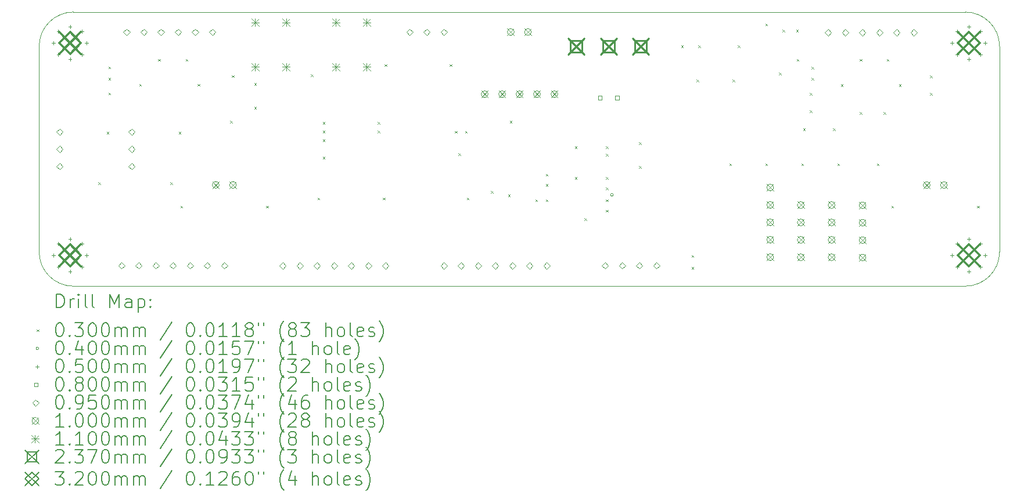
<source format=gbr>
%FSLAX45Y45*%
G04 Gerber Fmt 4.5, Leading zero omitted, Abs format (unit mm)*
G04 Created by KiCad (PCBNEW (6.0.4)) date 2022-10-21 15:33:53*
%MOMM*%
%LPD*%
G01*
G04 APERTURE LIST*
%TA.AperFunction,Profile*%
%ADD10C,0.100000*%
%TD*%
%ADD11C,0.200000*%
%ADD12C,0.030000*%
%ADD13C,0.040000*%
%ADD14C,0.050000*%
%ADD15C,0.080000*%
%ADD16C,0.095000*%
%ADD17C,0.100000*%
%ADD18C,0.110000*%
%ADD19C,0.237000*%
%ADD20C,0.320000*%
G04 APERTURE END LIST*
D10*
X10000000Y-11500000D02*
G75*
G03*
X10500000Y-12000000I500000J0D01*
G01*
X24000000Y-8500000D02*
G75*
G03*
X23500000Y-8000000I-500000J0D01*
G01*
X10500000Y-8000000D02*
G75*
G03*
X10000000Y-8500000I0J-500000D01*
G01*
X10000000Y-8500000D02*
X10000000Y-11500000D01*
X23500000Y-8000000D02*
X10500000Y-8000000D01*
X23500000Y-12000000D02*
G75*
G03*
X24000000Y-11500000I0J500000D01*
G01*
X10500000Y-12000000D02*
X23500000Y-12000000D01*
X24000000Y-11500000D02*
X24000000Y-8500000D01*
D11*
D12*
X10860000Y-10485000D02*
X10890000Y-10515000D01*
X10890000Y-10485000D02*
X10860000Y-10515000D01*
X10985000Y-9748750D02*
X11015000Y-9778750D01*
X11015000Y-9748750D02*
X10985000Y-9778750D01*
X11010000Y-8794500D02*
X11040000Y-8824500D01*
X11040000Y-8794500D02*
X11010000Y-8824500D01*
X11010000Y-8960000D02*
X11040000Y-8990000D01*
X11040000Y-8960000D02*
X11010000Y-8990000D01*
X11010000Y-9175500D02*
X11040000Y-9205500D01*
X11040000Y-9175500D02*
X11010000Y-9205500D01*
X11460000Y-9048500D02*
X11490000Y-9078500D01*
X11490000Y-9048500D02*
X11460000Y-9078500D01*
X11735000Y-8685000D02*
X11765000Y-8715000D01*
X11765000Y-8685000D02*
X11735000Y-8715000D01*
X11910000Y-10485000D02*
X11940000Y-10515000D01*
X11940000Y-10485000D02*
X11910000Y-10515000D01*
X12035000Y-9748750D02*
X12065000Y-9778750D01*
X12065000Y-9748750D02*
X12035000Y-9778750D01*
X12060000Y-10826250D02*
X12090000Y-10856250D01*
X12090000Y-10826250D02*
X12060000Y-10856250D01*
X12135000Y-8685000D02*
X12165000Y-8715000D01*
X12165000Y-8685000D02*
X12135000Y-8715000D01*
X12310000Y-9048500D02*
X12340000Y-9078500D01*
X12340000Y-9048500D02*
X12310000Y-9078500D01*
X12785000Y-9585000D02*
X12815000Y-9615000D01*
X12815000Y-9585000D02*
X12785000Y-9615000D01*
X12810000Y-8921500D02*
X12840000Y-8951500D01*
X12840000Y-8921500D02*
X12810000Y-8951500D01*
X13135000Y-9035000D02*
X13165000Y-9065000D01*
X13165000Y-9035000D02*
X13135000Y-9065000D01*
X13135000Y-9385000D02*
X13165000Y-9415000D01*
X13165000Y-9385000D02*
X13135000Y-9415000D01*
X13310000Y-10826250D02*
X13340000Y-10856250D01*
X13340000Y-10826250D02*
X13310000Y-10856250D01*
X13960000Y-8910000D02*
X13990000Y-8940000D01*
X13990000Y-8910000D02*
X13960000Y-8940000D01*
X14060000Y-10710000D02*
X14090000Y-10740000D01*
X14090000Y-10710000D02*
X14060000Y-10740000D01*
X14135000Y-9606000D02*
X14165000Y-9636000D01*
X14165000Y-9606000D02*
X14135000Y-9636000D01*
X14135000Y-9733000D02*
X14165000Y-9763000D01*
X14165000Y-9733000D02*
X14135000Y-9763000D01*
X14135000Y-9860000D02*
X14165000Y-9890000D01*
X14165000Y-9860000D02*
X14135000Y-9890000D01*
X14135000Y-10114000D02*
X14165000Y-10144000D01*
X14165000Y-10114000D02*
X14135000Y-10144000D01*
X14935000Y-9606000D02*
X14965000Y-9636000D01*
X14965000Y-9606000D02*
X14935000Y-9636000D01*
X14935000Y-9733000D02*
X14965000Y-9763000D01*
X14965000Y-9733000D02*
X14935000Y-9763000D01*
X15010000Y-10710000D02*
X15040000Y-10740000D01*
X15040000Y-10710000D02*
X15010000Y-10740000D01*
X15035000Y-8760000D02*
X15065000Y-8790000D01*
X15065000Y-8760000D02*
X15035000Y-8790000D01*
X15985000Y-8760000D02*
X16015000Y-8790000D01*
X16015000Y-8760000D02*
X15985000Y-8790000D01*
X16060000Y-9735000D02*
X16090000Y-9765000D01*
X16090000Y-9735000D02*
X16060000Y-9765000D01*
X16110000Y-10060000D02*
X16140000Y-10090000D01*
X16140000Y-10060000D02*
X16110000Y-10090000D01*
X16210000Y-9735000D02*
X16240000Y-9765000D01*
X16240000Y-9735000D02*
X16210000Y-9765000D01*
X16235000Y-10710000D02*
X16265000Y-10740000D01*
X16265000Y-10710000D02*
X16235000Y-10740000D01*
X16585000Y-10610000D02*
X16615000Y-10640000D01*
X16615000Y-10610000D02*
X16585000Y-10640000D01*
X16835000Y-10660000D02*
X16865000Y-10690000D01*
X16865000Y-10660000D02*
X16835000Y-10690000D01*
X16859462Y-9585000D02*
X16889462Y-9615000D01*
X16889462Y-9585000D02*
X16859462Y-9615000D01*
X17235000Y-10735000D02*
X17265000Y-10765000D01*
X17265000Y-10735000D02*
X17235000Y-10765000D01*
X17385000Y-10360000D02*
X17415000Y-10390000D01*
X17415000Y-10360000D02*
X17385000Y-10390000D01*
X17385000Y-10510000D02*
X17415000Y-10540000D01*
X17415000Y-10510000D02*
X17385000Y-10540000D01*
X17385000Y-10735000D02*
X17415000Y-10765000D01*
X17415000Y-10735000D02*
X17385000Y-10765000D01*
X17810000Y-9960000D02*
X17840000Y-9990000D01*
X17840000Y-9960000D02*
X17810000Y-9990000D01*
X17810000Y-10410000D02*
X17840000Y-10440000D01*
X17840000Y-10410000D02*
X17810000Y-10440000D01*
X17948750Y-11010000D02*
X17978750Y-11040000D01*
X17978750Y-11010000D02*
X17948750Y-11040000D01*
X18260000Y-9960000D02*
X18290000Y-9990000D01*
X18290000Y-9960000D02*
X18260000Y-9990000D01*
X18260000Y-10070000D02*
X18290000Y-10100000D01*
X18290000Y-10070000D02*
X18260000Y-10100000D01*
X18260000Y-10410000D02*
X18290000Y-10440000D01*
X18290000Y-10410000D02*
X18260000Y-10440000D01*
X18260000Y-10560000D02*
X18290000Y-10590000D01*
X18290000Y-10560000D02*
X18260000Y-10590000D01*
X18260000Y-10735000D02*
X18290000Y-10765000D01*
X18290000Y-10735000D02*
X18260000Y-10765000D01*
X18260000Y-10885000D02*
X18290000Y-10915000D01*
X18290000Y-10885000D02*
X18260000Y-10915000D01*
X18746250Y-9898750D02*
X18776250Y-9928750D01*
X18776250Y-9898750D02*
X18746250Y-9928750D01*
X18746250Y-10248750D02*
X18776250Y-10278750D01*
X18776250Y-10248750D02*
X18746250Y-10278750D01*
X19360000Y-8485000D02*
X19390000Y-8515000D01*
X19390000Y-8485000D02*
X19360000Y-8515000D01*
X19510000Y-11548750D02*
X19540000Y-11578750D01*
X19540000Y-11548750D02*
X19510000Y-11578750D01*
X19510000Y-11721250D02*
X19540000Y-11751250D01*
X19540000Y-11721250D02*
X19510000Y-11751250D01*
X19585000Y-8985000D02*
X19615000Y-9015000D01*
X19615000Y-8985000D02*
X19585000Y-9015000D01*
X19610000Y-8485000D02*
X19640000Y-8515000D01*
X19640000Y-8485000D02*
X19610000Y-8515000D01*
X20060000Y-10210000D02*
X20090000Y-10240000D01*
X20090000Y-10210000D02*
X20060000Y-10240000D01*
X20110000Y-8985000D02*
X20140000Y-9015000D01*
X20140000Y-8985000D02*
X20110000Y-9015000D01*
X20185000Y-8485000D02*
X20215000Y-8515000D01*
X20215000Y-8485000D02*
X20185000Y-8515000D01*
X20585000Y-8168750D02*
X20615000Y-8198750D01*
X20615000Y-8168750D02*
X20585000Y-8198750D01*
X20585000Y-10210000D02*
X20615000Y-10240000D01*
X20615000Y-10210000D02*
X20585000Y-10240000D01*
X20785000Y-8885000D02*
X20815000Y-8915000D01*
X20815000Y-8885000D02*
X20785000Y-8915000D01*
X20835000Y-8260000D02*
X20865000Y-8290000D01*
X20865000Y-8260000D02*
X20835000Y-8290000D01*
X21035000Y-8260000D02*
X21065000Y-8290000D01*
X21065000Y-8260000D02*
X21035000Y-8290000D01*
X21041600Y-8685000D02*
X21071600Y-8715000D01*
X21071600Y-8685000D02*
X21041600Y-8715000D01*
X21110000Y-10210000D02*
X21140000Y-10240000D01*
X21140000Y-10210000D02*
X21110000Y-10240000D01*
X21135000Y-9697500D02*
X21165000Y-9727500D01*
X21165000Y-9697500D02*
X21135000Y-9727500D01*
X21235000Y-9181600D02*
X21265000Y-9211600D01*
X21265000Y-9181600D02*
X21235000Y-9211600D01*
X21235000Y-9435000D02*
X21265000Y-9465000D01*
X21265000Y-9435000D02*
X21235000Y-9465000D01*
X21260000Y-8800600D02*
X21290000Y-8830600D01*
X21290000Y-8800600D02*
X21260000Y-8830600D01*
X21260000Y-8960000D02*
X21290000Y-8990000D01*
X21290000Y-8960000D02*
X21260000Y-8990000D01*
X21572500Y-9697500D02*
X21602500Y-9727500D01*
X21602500Y-9697500D02*
X21572500Y-9727500D01*
X21635000Y-10210000D02*
X21665000Y-10240000D01*
X21665000Y-10210000D02*
X21635000Y-10240000D01*
X21685000Y-9054600D02*
X21715000Y-9084600D01*
X21715000Y-9054600D02*
X21685000Y-9084600D01*
X21960000Y-8685000D02*
X21990000Y-8715000D01*
X21990000Y-8685000D02*
X21960000Y-8715000D01*
X21960000Y-9460000D02*
X21990000Y-9490000D01*
X21990000Y-9460000D02*
X21960000Y-9490000D01*
X22210000Y-10210000D02*
X22240000Y-10240000D01*
X22240000Y-10210000D02*
X22210000Y-10240000D01*
X22310000Y-9460000D02*
X22340000Y-9490000D01*
X22340000Y-9460000D02*
X22310000Y-9490000D01*
X22357600Y-8685000D02*
X22387600Y-8715000D01*
X22387600Y-8685000D02*
X22357600Y-8715000D01*
X22423750Y-10828750D02*
X22453750Y-10858750D01*
X22453750Y-10828750D02*
X22423750Y-10858750D01*
X22535000Y-9054600D02*
X22565000Y-9084600D01*
X22565000Y-9054600D02*
X22535000Y-9084600D01*
X22985000Y-8927600D02*
X23015000Y-8957600D01*
X23015000Y-8927600D02*
X22985000Y-8957600D01*
X22985000Y-9181600D02*
X23015000Y-9211600D01*
X23015000Y-9181600D02*
X22985000Y-9211600D01*
X23673750Y-10828750D02*
X23703750Y-10858750D01*
X23703750Y-10828750D02*
X23673750Y-10858750D01*
D13*
X18370000Y-10667548D02*
G75*
G03*
X18370000Y-10667548I-20000J0D01*
G01*
D14*
X10210000Y-8425000D02*
X10210000Y-8475000D01*
X10185000Y-8450000D02*
X10235000Y-8450000D01*
X10210000Y-11525000D02*
X10210000Y-11575000D01*
X10185000Y-11550000D02*
X10235000Y-11550000D01*
X10280294Y-8255294D02*
X10280294Y-8305294D01*
X10255294Y-8280294D02*
X10305294Y-8280294D01*
X10280294Y-8594706D02*
X10280294Y-8644706D01*
X10255294Y-8619706D02*
X10305294Y-8619706D01*
X10280294Y-11355294D02*
X10280294Y-11405294D01*
X10255294Y-11380294D02*
X10305294Y-11380294D01*
X10280294Y-11694706D02*
X10280294Y-11744706D01*
X10255294Y-11719706D02*
X10305294Y-11719706D01*
X10450000Y-8185000D02*
X10450000Y-8235000D01*
X10425000Y-8210000D02*
X10475000Y-8210000D01*
X10450000Y-8665000D02*
X10450000Y-8715000D01*
X10425000Y-8690000D02*
X10475000Y-8690000D01*
X10450000Y-11285000D02*
X10450000Y-11335000D01*
X10425000Y-11310000D02*
X10475000Y-11310000D01*
X10450000Y-11765000D02*
X10450000Y-11815000D01*
X10425000Y-11790000D02*
X10475000Y-11790000D01*
X10619706Y-8255294D02*
X10619706Y-8305294D01*
X10594706Y-8280294D02*
X10644706Y-8280294D01*
X10619706Y-8594706D02*
X10619706Y-8644706D01*
X10594706Y-8619706D02*
X10644706Y-8619706D01*
X10619706Y-11355294D02*
X10619706Y-11405294D01*
X10594706Y-11380294D02*
X10644706Y-11380294D01*
X10619706Y-11694706D02*
X10619706Y-11744706D01*
X10594706Y-11719706D02*
X10644706Y-11719706D01*
X10690000Y-8425000D02*
X10690000Y-8475000D01*
X10665000Y-8450000D02*
X10715000Y-8450000D01*
X10690000Y-11525000D02*
X10690000Y-11575000D01*
X10665000Y-11550000D02*
X10715000Y-11550000D01*
X23310000Y-8425000D02*
X23310000Y-8475000D01*
X23285000Y-8450000D02*
X23335000Y-8450000D01*
X23310000Y-11525000D02*
X23310000Y-11575000D01*
X23285000Y-11550000D02*
X23335000Y-11550000D01*
X23380294Y-8255294D02*
X23380294Y-8305294D01*
X23355294Y-8280294D02*
X23405294Y-8280294D01*
X23380294Y-8594706D02*
X23380294Y-8644706D01*
X23355294Y-8619706D02*
X23405294Y-8619706D01*
X23380294Y-11355294D02*
X23380294Y-11405294D01*
X23355294Y-11380294D02*
X23405294Y-11380294D01*
X23380294Y-11694706D02*
X23380294Y-11744706D01*
X23355294Y-11719706D02*
X23405294Y-11719706D01*
X23550000Y-8185000D02*
X23550000Y-8235000D01*
X23525000Y-8210000D02*
X23575000Y-8210000D01*
X23550000Y-8665000D02*
X23550000Y-8715000D01*
X23525000Y-8690000D02*
X23575000Y-8690000D01*
X23550000Y-11285000D02*
X23550000Y-11335000D01*
X23525000Y-11310000D02*
X23575000Y-11310000D01*
X23550000Y-11765000D02*
X23550000Y-11815000D01*
X23525000Y-11790000D02*
X23575000Y-11790000D01*
X23719706Y-8255294D02*
X23719706Y-8305294D01*
X23694706Y-8280294D02*
X23744706Y-8280294D01*
X23719706Y-8594706D02*
X23719706Y-8644706D01*
X23694706Y-8619706D02*
X23744706Y-8619706D01*
X23719706Y-11355294D02*
X23719706Y-11405294D01*
X23694706Y-11380294D02*
X23744706Y-11380294D01*
X23719706Y-11694706D02*
X23719706Y-11744706D01*
X23694706Y-11719706D02*
X23744706Y-11719706D01*
X23790000Y-8425000D02*
X23790000Y-8475000D01*
X23765000Y-8450000D02*
X23815000Y-8450000D01*
X23790000Y-11525000D02*
X23790000Y-11575000D01*
X23765000Y-11550000D02*
X23815000Y-11550000D01*
D15*
X18203285Y-9278285D02*
X18203285Y-9221716D01*
X18146716Y-9221716D01*
X18146716Y-9278285D01*
X18203285Y-9278285D01*
X18453285Y-9278285D02*
X18453285Y-9221716D01*
X18396716Y-9221716D01*
X18396716Y-9278285D01*
X18453285Y-9278285D01*
D16*
X10297500Y-9797500D02*
X10345000Y-9750000D01*
X10297500Y-9702500D01*
X10250000Y-9750000D01*
X10297500Y-9797500D01*
X10297500Y-10047500D02*
X10345000Y-10000000D01*
X10297500Y-9952500D01*
X10250000Y-10000000D01*
X10297500Y-10047500D01*
X10297500Y-10297500D02*
X10345000Y-10250000D01*
X10297500Y-10202500D01*
X10250000Y-10250000D01*
X10297500Y-10297500D01*
X11200000Y-11747500D02*
X11247500Y-11700000D01*
X11200000Y-11652500D01*
X11152500Y-11700000D01*
X11200000Y-11747500D01*
X11275000Y-8338900D02*
X11322500Y-8291400D01*
X11275000Y-8243900D01*
X11227500Y-8291400D01*
X11275000Y-8338900D01*
X11350000Y-9797500D02*
X11397500Y-9750000D01*
X11350000Y-9702500D01*
X11302500Y-9750000D01*
X11350000Y-9797500D01*
X11350000Y-10047500D02*
X11397500Y-10000000D01*
X11350000Y-9952500D01*
X11302500Y-10000000D01*
X11350000Y-10047500D01*
X11350000Y-10297500D02*
X11397500Y-10250000D01*
X11350000Y-10202500D01*
X11302500Y-10250000D01*
X11350000Y-10297500D01*
X11450000Y-11747500D02*
X11497500Y-11700000D01*
X11450000Y-11652500D01*
X11402500Y-11700000D01*
X11450000Y-11747500D01*
X11525000Y-8338900D02*
X11572500Y-8291400D01*
X11525000Y-8243900D01*
X11477500Y-8291400D01*
X11525000Y-8338900D01*
X11700000Y-11747500D02*
X11747500Y-11700000D01*
X11700000Y-11652500D01*
X11652500Y-11700000D01*
X11700000Y-11747500D01*
X11775000Y-8338900D02*
X11822500Y-8291400D01*
X11775000Y-8243900D01*
X11727500Y-8291400D01*
X11775000Y-8338900D01*
X11950000Y-11747500D02*
X11997500Y-11700000D01*
X11950000Y-11652500D01*
X11902500Y-11700000D01*
X11950000Y-11747500D01*
X12025000Y-8338900D02*
X12072500Y-8291400D01*
X12025000Y-8243900D01*
X11977500Y-8291400D01*
X12025000Y-8338900D01*
X12200000Y-11747500D02*
X12247500Y-11700000D01*
X12200000Y-11652500D01*
X12152500Y-11700000D01*
X12200000Y-11747500D01*
X12275000Y-8338900D02*
X12322500Y-8291400D01*
X12275000Y-8243900D01*
X12227500Y-8291400D01*
X12275000Y-8338900D01*
X12450000Y-11747500D02*
X12497500Y-11700000D01*
X12450000Y-11652500D01*
X12402500Y-11700000D01*
X12450000Y-11747500D01*
X12525000Y-8338900D02*
X12572500Y-8291400D01*
X12525000Y-8243900D01*
X12477500Y-8291400D01*
X12525000Y-8338900D01*
X12700000Y-11747500D02*
X12747500Y-11700000D01*
X12700000Y-11652500D01*
X12652500Y-11700000D01*
X12700000Y-11747500D01*
X13550000Y-11750000D02*
X13597500Y-11702500D01*
X13550000Y-11655000D01*
X13502500Y-11702500D01*
X13550000Y-11750000D01*
X13800000Y-11750000D02*
X13847500Y-11702500D01*
X13800000Y-11655000D01*
X13752500Y-11702500D01*
X13800000Y-11750000D01*
X14050000Y-11750000D02*
X14097500Y-11702500D01*
X14050000Y-11655000D01*
X14002500Y-11702500D01*
X14050000Y-11750000D01*
X14300000Y-11750000D02*
X14347500Y-11702500D01*
X14300000Y-11655000D01*
X14252500Y-11702500D01*
X14300000Y-11750000D01*
X14550000Y-11750000D02*
X14597500Y-11702500D01*
X14550000Y-11655000D01*
X14502500Y-11702500D01*
X14550000Y-11750000D01*
X14800000Y-11750000D02*
X14847500Y-11702500D01*
X14800000Y-11655000D01*
X14752500Y-11702500D01*
X14800000Y-11750000D01*
X15050000Y-11750000D02*
X15097500Y-11702500D01*
X15050000Y-11655000D01*
X15002500Y-11702500D01*
X15050000Y-11750000D01*
X15400000Y-8338900D02*
X15447500Y-8291400D01*
X15400000Y-8243900D01*
X15352500Y-8291400D01*
X15400000Y-8338900D01*
X15650000Y-8338900D02*
X15697500Y-8291400D01*
X15650000Y-8243900D01*
X15602500Y-8291400D01*
X15650000Y-8338900D01*
X15900000Y-8338900D02*
X15947500Y-8291400D01*
X15900000Y-8243900D01*
X15852500Y-8291400D01*
X15900000Y-8338900D01*
X15900000Y-11750000D02*
X15947500Y-11702500D01*
X15900000Y-11655000D01*
X15852500Y-11702500D01*
X15900000Y-11750000D01*
X16150000Y-11750000D02*
X16197500Y-11702500D01*
X16150000Y-11655000D01*
X16102500Y-11702500D01*
X16150000Y-11750000D01*
X16400000Y-11750000D02*
X16447500Y-11702500D01*
X16400000Y-11655000D01*
X16352500Y-11702500D01*
X16400000Y-11750000D01*
X16650000Y-11750000D02*
X16697500Y-11702500D01*
X16650000Y-11655000D01*
X16602500Y-11702500D01*
X16650000Y-11750000D01*
X16900000Y-11750000D02*
X16947500Y-11702500D01*
X16900000Y-11655000D01*
X16852500Y-11702500D01*
X16900000Y-11750000D01*
X17150000Y-11750000D02*
X17197500Y-11702500D01*
X17150000Y-11655000D01*
X17102500Y-11702500D01*
X17150000Y-11750000D01*
X17400000Y-11750000D02*
X17447500Y-11702500D01*
X17400000Y-11655000D01*
X17352500Y-11702500D01*
X17400000Y-11750000D01*
X18250000Y-11747500D02*
X18297500Y-11700000D01*
X18250000Y-11652500D01*
X18202500Y-11700000D01*
X18250000Y-11747500D01*
X18500000Y-11747500D02*
X18547500Y-11700000D01*
X18500000Y-11652500D01*
X18452500Y-11700000D01*
X18500000Y-11747500D01*
X18750000Y-11747500D02*
X18797500Y-11700000D01*
X18750000Y-11652500D01*
X18702500Y-11700000D01*
X18750000Y-11747500D01*
X19000000Y-11747500D02*
X19047500Y-11700000D01*
X19000000Y-11652500D01*
X18952500Y-11700000D01*
X19000000Y-11747500D01*
X21500000Y-8345000D02*
X21547500Y-8297500D01*
X21500000Y-8250000D01*
X21452500Y-8297500D01*
X21500000Y-8345000D01*
X21750000Y-8345000D02*
X21797500Y-8297500D01*
X21750000Y-8250000D01*
X21702500Y-8297500D01*
X21750000Y-8345000D01*
X22000000Y-8345000D02*
X22047500Y-8297500D01*
X22000000Y-8250000D01*
X21952500Y-8297500D01*
X22000000Y-8345000D01*
X22250000Y-8345000D02*
X22297500Y-8297500D01*
X22250000Y-8250000D01*
X22202500Y-8297500D01*
X22250000Y-8345000D01*
X22500000Y-8345000D02*
X22547500Y-8297500D01*
X22500000Y-8250000D01*
X22452500Y-8297500D01*
X22500000Y-8345000D01*
X22750000Y-8345000D02*
X22797500Y-8297500D01*
X22750000Y-8250000D01*
X22702500Y-8297500D01*
X22750000Y-8345000D01*
D17*
X12525000Y-10472500D02*
X12625000Y-10572500D01*
X12625000Y-10472500D02*
X12525000Y-10572500D01*
X12625000Y-10522500D02*
G75*
G03*
X12625000Y-10522500I-50000J0D01*
G01*
X12775000Y-10472500D02*
X12875000Y-10572500D01*
X12875000Y-10472500D02*
X12775000Y-10572500D01*
X12875000Y-10522500D02*
G75*
G03*
X12875000Y-10522500I-50000J0D01*
G01*
X16445000Y-9147500D02*
X16545000Y-9247500D01*
X16545000Y-9147500D02*
X16445000Y-9247500D01*
X16545000Y-9197500D02*
G75*
G03*
X16545000Y-9197500I-50000J0D01*
G01*
X16699000Y-9147500D02*
X16799000Y-9247500D01*
X16799000Y-9147500D02*
X16699000Y-9247500D01*
X16799000Y-9197500D02*
G75*
G03*
X16799000Y-9197500I-50000J0D01*
G01*
X16825000Y-8241400D02*
X16925000Y-8341400D01*
X16925000Y-8241400D02*
X16825000Y-8341400D01*
X16925000Y-8291400D02*
G75*
G03*
X16925000Y-8291400I-50000J0D01*
G01*
X16953000Y-9147500D02*
X17053000Y-9247500D01*
X17053000Y-9147500D02*
X16953000Y-9247500D01*
X17053000Y-9197500D02*
G75*
G03*
X17053000Y-9197500I-50000J0D01*
G01*
X17075000Y-8241400D02*
X17175000Y-8341400D01*
X17175000Y-8241400D02*
X17075000Y-8341400D01*
X17175000Y-8291400D02*
G75*
G03*
X17175000Y-8291400I-50000J0D01*
G01*
X17207000Y-9147500D02*
X17307000Y-9247500D01*
X17307000Y-9147500D02*
X17207000Y-9247500D01*
X17307000Y-9197500D02*
G75*
G03*
X17307000Y-9197500I-50000J0D01*
G01*
X17461000Y-9147500D02*
X17561000Y-9247500D01*
X17561000Y-9147500D02*
X17461000Y-9247500D01*
X17561000Y-9197500D02*
G75*
G03*
X17561000Y-9197500I-50000J0D01*
G01*
X20607500Y-10511000D02*
X20707500Y-10611000D01*
X20707500Y-10511000D02*
X20607500Y-10611000D01*
X20707500Y-10561000D02*
G75*
G03*
X20707500Y-10561000I-50000J0D01*
G01*
X20607500Y-10765000D02*
X20707500Y-10865000D01*
X20707500Y-10765000D02*
X20607500Y-10865000D01*
X20707500Y-10815000D02*
G75*
G03*
X20707500Y-10815000I-50000J0D01*
G01*
X20607500Y-11019000D02*
X20707500Y-11119000D01*
X20707500Y-11019000D02*
X20607500Y-11119000D01*
X20707500Y-11069000D02*
G75*
G03*
X20707500Y-11069000I-50000J0D01*
G01*
X20607500Y-11273000D02*
X20707500Y-11373000D01*
X20707500Y-11273000D02*
X20607500Y-11373000D01*
X20707500Y-11323000D02*
G75*
G03*
X20707500Y-11323000I-50000J0D01*
G01*
X20607500Y-11527000D02*
X20707500Y-11627000D01*
X20707500Y-11527000D02*
X20607500Y-11627000D01*
X20707500Y-11577000D02*
G75*
G03*
X20707500Y-11577000I-50000J0D01*
G01*
X21052500Y-10766000D02*
X21152500Y-10866000D01*
X21152500Y-10766000D02*
X21052500Y-10866000D01*
X21152500Y-10816000D02*
G75*
G03*
X21152500Y-10816000I-50000J0D01*
G01*
X21052500Y-11020000D02*
X21152500Y-11120000D01*
X21152500Y-11020000D02*
X21052500Y-11120000D01*
X21152500Y-11070000D02*
G75*
G03*
X21152500Y-11070000I-50000J0D01*
G01*
X21052500Y-11274000D02*
X21152500Y-11374000D01*
X21152500Y-11274000D02*
X21052500Y-11374000D01*
X21152500Y-11324000D02*
G75*
G03*
X21152500Y-11324000I-50000J0D01*
G01*
X21052500Y-11528000D02*
X21152500Y-11628000D01*
X21152500Y-11528000D02*
X21052500Y-11628000D01*
X21152500Y-11578000D02*
G75*
G03*
X21152500Y-11578000I-50000J0D01*
G01*
X21502500Y-10766000D02*
X21602500Y-10866000D01*
X21602500Y-10766000D02*
X21502500Y-10866000D01*
X21602500Y-10816000D02*
G75*
G03*
X21602500Y-10816000I-50000J0D01*
G01*
X21502500Y-11020000D02*
X21602500Y-11120000D01*
X21602500Y-11020000D02*
X21502500Y-11120000D01*
X21602500Y-11070000D02*
G75*
G03*
X21602500Y-11070000I-50000J0D01*
G01*
X21502500Y-11274000D02*
X21602500Y-11374000D01*
X21602500Y-11274000D02*
X21502500Y-11374000D01*
X21602500Y-11324000D02*
G75*
G03*
X21602500Y-11324000I-50000J0D01*
G01*
X21502500Y-11528000D02*
X21602500Y-11628000D01*
X21602500Y-11528000D02*
X21502500Y-11628000D01*
X21602500Y-11578000D02*
G75*
G03*
X21602500Y-11578000I-50000J0D01*
G01*
X21952500Y-10770000D02*
X22052500Y-10870000D01*
X22052500Y-10770000D02*
X21952500Y-10870000D01*
X22052500Y-10820000D02*
G75*
G03*
X22052500Y-10820000I-50000J0D01*
G01*
X21952500Y-11024000D02*
X22052500Y-11124000D01*
X22052500Y-11024000D02*
X21952500Y-11124000D01*
X22052500Y-11074000D02*
G75*
G03*
X22052500Y-11074000I-50000J0D01*
G01*
X21952500Y-11278000D02*
X22052500Y-11378000D01*
X22052500Y-11278000D02*
X21952500Y-11378000D01*
X22052500Y-11328000D02*
G75*
G03*
X22052500Y-11328000I-50000J0D01*
G01*
X21952500Y-11532000D02*
X22052500Y-11632000D01*
X22052500Y-11532000D02*
X21952500Y-11632000D01*
X22052500Y-11582000D02*
G75*
G03*
X22052500Y-11582000I-50000J0D01*
G01*
X22888750Y-10475000D02*
X22988750Y-10575000D01*
X22988750Y-10475000D02*
X22888750Y-10575000D01*
X22988750Y-10525000D02*
G75*
G03*
X22988750Y-10525000I-50000J0D01*
G01*
X23138750Y-10475000D02*
X23238750Y-10575000D01*
X23238750Y-10475000D02*
X23138750Y-10575000D01*
X23238750Y-10525000D02*
G75*
G03*
X23238750Y-10525000I-50000J0D01*
G01*
D18*
X13095000Y-8095000D02*
X13205000Y-8205000D01*
X13205000Y-8095000D02*
X13095000Y-8205000D01*
X13150000Y-8095000D02*
X13150000Y-8205000D01*
X13095000Y-8150000D02*
X13205000Y-8150000D01*
X13095000Y-8745000D02*
X13205000Y-8855000D01*
X13205000Y-8745000D02*
X13095000Y-8855000D01*
X13150000Y-8745000D02*
X13150000Y-8855000D01*
X13095000Y-8800000D02*
X13205000Y-8800000D01*
X13545000Y-8095000D02*
X13655000Y-8205000D01*
X13655000Y-8095000D02*
X13545000Y-8205000D01*
X13600000Y-8095000D02*
X13600000Y-8205000D01*
X13545000Y-8150000D02*
X13655000Y-8150000D01*
X13545000Y-8745000D02*
X13655000Y-8855000D01*
X13655000Y-8745000D02*
X13545000Y-8855000D01*
X13600000Y-8745000D02*
X13600000Y-8855000D01*
X13545000Y-8800000D02*
X13655000Y-8800000D01*
X14270000Y-8095000D02*
X14380000Y-8205000D01*
X14380000Y-8095000D02*
X14270000Y-8205000D01*
X14325000Y-8095000D02*
X14325000Y-8205000D01*
X14270000Y-8150000D02*
X14380000Y-8150000D01*
X14270000Y-8745000D02*
X14380000Y-8855000D01*
X14380000Y-8745000D02*
X14270000Y-8855000D01*
X14325000Y-8745000D02*
X14325000Y-8855000D01*
X14270000Y-8800000D02*
X14380000Y-8800000D01*
X14720000Y-8095000D02*
X14830000Y-8205000D01*
X14830000Y-8095000D02*
X14720000Y-8205000D01*
X14775000Y-8095000D02*
X14775000Y-8205000D01*
X14720000Y-8150000D02*
X14830000Y-8150000D01*
X14720000Y-8745000D02*
X14830000Y-8855000D01*
X14830000Y-8745000D02*
X14720000Y-8855000D01*
X14775000Y-8745000D02*
X14775000Y-8855000D01*
X14720000Y-8800000D02*
X14830000Y-8800000D01*
D19*
X17711500Y-8381500D02*
X17948500Y-8618500D01*
X17948500Y-8381500D02*
X17711500Y-8618500D01*
X17913793Y-8583793D02*
X17913793Y-8416207D01*
X17746207Y-8416207D01*
X17746207Y-8583793D01*
X17913793Y-8583793D01*
X18181500Y-8381500D02*
X18418500Y-8618500D01*
X18418500Y-8381500D02*
X18181500Y-8618500D01*
X18383793Y-8583793D02*
X18383793Y-8416207D01*
X18216207Y-8416207D01*
X18216207Y-8583793D01*
X18383793Y-8583793D01*
X18651500Y-8381500D02*
X18888500Y-8618500D01*
X18888500Y-8381500D02*
X18651500Y-8618500D01*
X18853793Y-8583793D02*
X18853793Y-8416207D01*
X18686207Y-8416207D01*
X18686207Y-8583793D01*
X18853793Y-8583793D01*
D20*
X10290000Y-8290000D02*
X10610000Y-8610000D01*
X10610000Y-8290000D02*
X10290000Y-8610000D01*
X10450000Y-8610000D02*
X10610000Y-8450000D01*
X10450000Y-8290000D01*
X10290000Y-8450000D01*
X10450000Y-8610000D01*
X10290000Y-11390000D02*
X10610000Y-11710000D01*
X10610000Y-11390000D02*
X10290000Y-11710000D01*
X10450000Y-11710000D02*
X10610000Y-11550000D01*
X10450000Y-11390000D01*
X10290000Y-11550000D01*
X10450000Y-11710000D01*
X23390000Y-8290000D02*
X23710000Y-8610000D01*
X23710000Y-8290000D02*
X23390000Y-8610000D01*
X23550000Y-8610000D02*
X23710000Y-8450000D01*
X23550000Y-8290000D01*
X23390000Y-8450000D01*
X23550000Y-8610000D01*
X23390000Y-11390000D02*
X23710000Y-11710000D01*
X23710000Y-11390000D02*
X23390000Y-11710000D01*
X23550000Y-11710000D02*
X23710000Y-11550000D01*
X23550000Y-11390000D01*
X23390000Y-11550000D01*
X23550000Y-11710000D01*
D11*
X10252619Y-12315476D02*
X10252619Y-12115476D01*
X10300238Y-12115476D01*
X10328810Y-12125000D01*
X10347857Y-12144048D01*
X10357381Y-12163095D01*
X10366905Y-12201190D01*
X10366905Y-12229762D01*
X10357381Y-12267857D01*
X10347857Y-12286905D01*
X10328810Y-12305952D01*
X10300238Y-12315476D01*
X10252619Y-12315476D01*
X10452619Y-12315476D02*
X10452619Y-12182143D01*
X10452619Y-12220238D02*
X10462143Y-12201190D01*
X10471667Y-12191667D01*
X10490714Y-12182143D01*
X10509762Y-12182143D01*
X10576429Y-12315476D02*
X10576429Y-12182143D01*
X10576429Y-12115476D02*
X10566905Y-12125000D01*
X10576429Y-12134524D01*
X10585952Y-12125000D01*
X10576429Y-12115476D01*
X10576429Y-12134524D01*
X10700238Y-12315476D02*
X10681190Y-12305952D01*
X10671667Y-12286905D01*
X10671667Y-12115476D01*
X10805000Y-12315476D02*
X10785952Y-12305952D01*
X10776429Y-12286905D01*
X10776429Y-12115476D01*
X11033571Y-12315476D02*
X11033571Y-12115476D01*
X11100238Y-12258333D01*
X11166905Y-12115476D01*
X11166905Y-12315476D01*
X11347857Y-12315476D02*
X11347857Y-12210714D01*
X11338333Y-12191667D01*
X11319286Y-12182143D01*
X11281190Y-12182143D01*
X11262143Y-12191667D01*
X11347857Y-12305952D02*
X11328809Y-12315476D01*
X11281190Y-12315476D01*
X11262143Y-12305952D01*
X11252619Y-12286905D01*
X11252619Y-12267857D01*
X11262143Y-12248809D01*
X11281190Y-12239286D01*
X11328809Y-12239286D01*
X11347857Y-12229762D01*
X11443095Y-12182143D02*
X11443095Y-12382143D01*
X11443095Y-12191667D02*
X11462143Y-12182143D01*
X11500238Y-12182143D01*
X11519286Y-12191667D01*
X11528809Y-12201190D01*
X11538333Y-12220238D01*
X11538333Y-12277381D01*
X11528809Y-12296428D01*
X11519286Y-12305952D01*
X11500238Y-12315476D01*
X11462143Y-12315476D01*
X11443095Y-12305952D01*
X11624048Y-12296428D02*
X11633571Y-12305952D01*
X11624048Y-12315476D01*
X11614524Y-12305952D01*
X11624048Y-12296428D01*
X11624048Y-12315476D01*
X11624048Y-12191667D02*
X11633571Y-12201190D01*
X11624048Y-12210714D01*
X11614524Y-12201190D01*
X11624048Y-12191667D01*
X11624048Y-12210714D01*
D12*
X9965000Y-12630000D02*
X9995000Y-12660000D01*
X9995000Y-12630000D02*
X9965000Y-12660000D01*
D11*
X10290714Y-12535476D02*
X10309762Y-12535476D01*
X10328810Y-12545000D01*
X10338333Y-12554524D01*
X10347857Y-12573571D01*
X10357381Y-12611667D01*
X10357381Y-12659286D01*
X10347857Y-12697381D01*
X10338333Y-12716428D01*
X10328810Y-12725952D01*
X10309762Y-12735476D01*
X10290714Y-12735476D01*
X10271667Y-12725952D01*
X10262143Y-12716428D01*
X10252619Y-12697381D01*
X10243095Y-12659286D01*
X10243095Y-12611667D01*
X10252619Y-12573571D01*
X10262143Y-12554524D01*
X10271667Y-12545000D01*
X10290714Y-12535476D01*
X10443095Y-12716428D02*
X10452619Y-12725952D01*
X10443095Y-12735476D01*
X10433571Y-12725952D01*
X10443095Y-12716428D01*
X10443095Y-12735476D01*
X10519286Y-12535476D02*
X10643095Y-12535476D01*
X10576429Y-12611667D01*
X10605000Y-12611667D01*
X10624048Y-12621190D01*
X10633571Y-12630714D01*
X10643095Y-12649762D01*
X10643095Y-12697381D01*
X10633571Y-12716428D01*
X10624048Y-12725952D01*
X10605000Y-12735476D01*
X10547857Y-12735476D01*
X10528810Y-12725952D01*
X10519286Y-12716428D01*
X10766905Y-12535476D02*
X10785952Y-12535476D01*
X10805000Y-12545000D01*
X10814524Y-12554524D01*
X10824048Y-12573571D01*
X10833571Y-12611667D01*
X10833571Y-12659286D01*
X10824048Y-12697381D01*
X10814524Y-12716428D01*
X10805000Y-12725952D01*
X10785952Y-12735476D01*
X10766905Y-12735476D01*
X10747857Y-12725952D01*
X10738333Y-12716428D01*
X10728810Y-12697381D01*
X10719286Y-12659286D01*
X10719286Y-12611667D01*
X10728810Y-12573571D01*
X10738333Y-12554524D01*
X10747857Y-12545000D01*
X10766905Y-12535476D01*
X10957381Y-12535476D02*
X10976429Y-12535476D01*
X10995476Y-12545000D01*
X11005000Y-12554524D01*
X11014524Y-12573571D01*
X11024048Y-12611667D01*
X11024048Y-12659286D01*
X11014524Y-12697381D01*
X11005000Y-12716428D01*
X10995476Y-12725952D01*
X10976429Y-12735476D01*
X10957381Y-12735476D01*
X10938333Y-12725952D01*
X10928810Y-12716428D01*
X10919286Y-12697381D01*
X10909762Y-12659286D01*
X10909762Y-12611667D01*
X10919286Y-12573571D01*
X10928810Y-12554524D01*
X10938333Y-12545000D01*
X10957381Y-12535476D01*
X11109762Y-12735476D02*
X11109762Y-12602143D01*
X11109762Y-12621190D02*
X11119286Y-12611667D01*
X11138333Y-12602143D01*
X11166905Y-12602143D01*
X11185952Y-12611667D01*
X11195476Y-12630714D01*
X11195476Y-12735476D01*
X11195476Y-12630714D02*
X11205000Y-12611667D01*
X11224048Y-12602143D01*
X11252619Y-12602143D01*
X11271667Y-12611667D01*
X11281190Y-12630714D01*
X11281190Y-12735476D01*
X11376428Y-12735476D02*
X11376428Y-12602143D01*
X11376428Y-12621190D02*
X11385952Y-12611667D01*
X11405000Y-12602143D01*
X11433571Y-12602143D01*
X11452619Y-12611667D01*
X11462143Y-12630714D01*
X11462143Y-12735476D01*
X11462143Y-12630714D02*
X11471667Y-12611667D01*
X11490714Y-12602143D01*
X11519286Y-12602143D01*
X11538333Y-12611667D01*
X11547857Y-12630714D01*
X11547857Y-12735476D01*
X11938333Y-12525952D02*
X11766905Y-12783095D01*
X12195476Y-12535476D02*
X12214524Y-12535476D01*
X12233571Y-12545000D01*
X12243095Y-12554524D01*
X12252619Y-12573571D01*
X12262143Y-12611667D01*
X12262143Y-12659286D01*
X12252619Y-12697381D01*
X12243095Y-12716428D01*
X12233571Y-12725952D01*
X12214524Y-12735476D01*
X12195476Y-12735476D01*
X12176428Y-12725952D01*
X12166905Y-12716428D01*
X12157381Y-12697381D01*
X12147857Y-12659286D01*
X12147857Y-12611667D01*
X12157381Y-12573571D01*
X12166905Y-12554524D01*
X12176428Y-12545000D01*
X12195476Y-12535476D01*
X12347857Y-12716428D02*
X12357381Y-12725952D01*
X12347857Y-12735476D01*
X12338333Y-12725952D01*
X12347857Y-12716428D01*
X12347857Y-12735476D01*
X12481190Y-12535476D02*
X12500238Y-12535476D01*
X12519286Y-12545000D01*
X12528809Y-12554524D01*
X12538333Y-12573571D01*
X12547857Y-12611667D01*
X12547857Y-12659286D01*
X12538333Y-12697381D01*
X12528809Y-12716428D01*
X12519286Y-12725952D01*
X12500238Y-12735476D01*
X12481190Y-12735476D01*
X12462143Y-12725952D01*
X12452619Y-12716428D01*
X12443095Y-12697381D01*
X12433571Y-12659286D01*
X12433571Y-12611667D01*
X12443095Y-12573571D01*
X12452619Y-12554524D01*
X12462143Y-12545000D01*
X12481190Y-12535476D01*
X12738333Y-12735476D02*
X12624048Y-12735476D01*
X12681190Y-12735476D02*
X12681190Y-12535476D01*
X12662143Y-12564048D01*
X12643095Y-12583095D01*
X12624048Y-12592619D01*
X12928809Y-12735476D02*
X12814524Y-12735476D01*
X12871667Y-12735476D02*
X12871667Y-12535476D01*
X12852619Y-12564048D01*
X12833571Y-12583095D01*
X12814524Y-12592619D01*
X13043095Y-12621190D02*
X13024048Y-12611667D01*
X13014524Y-12602143D01*
X13005000Y-12583095D01*
X13005000Y-12573571D01*
X13014524Y-12554524D01*
X13024048Y-12545000D01*
X13043095Y-12535476D01*
X13081190Y-12535476D01*
X13100238Y-12545000D01*
X13109762Y-12554524D01*
X13119286Y-12573571D01*
X13119286Y-12583095D01*
X13109762Y-12602143D01*
X13100238Y-12611667D01*
X13081190Y-12621190D01*
X13043095Y-12621190D01*
X13024048Y-12630714D01*
X13014524Y-12640238D01*
X13005000Y-12659286D01*
X13005000Y-12697381D01*
X13014524Y-12716428D01*
X13024048Y-12725952D01*
X13043095Y-12735476D01*
X13081190Y-12735476D01*
X13100238Y-12725952D01*
X13109762Y-12716428D01*
X13119286Y-12697381D01*
X13119286Y-12659286D01*
X13109762Y-12640238D01*
X13100238Y-12630714D01*
X13081190Y-12621190D01*
X13195476Y-12535476D02*
X13195476Y-12573571D01*
X13271667Y-12535476D02*
X13271667Y-12573571D01*
X13566905Y-12811667D02*
X13557381Y-12802143D01*
X13538333Y-12773571D01*
X13528809Y-12754524D01*
X13519286Y-12725952D01*
X13509762Y-12678333D01*
X13509762Y-12640238D01*
X13519286Y-12592619D01*
X13528809Y-12564048D01*
X13538333Y-12545000D01*
X13557381Y-12516428D01*
X13566905Y-12506905D01*
X13671667Y-12621190D02*
X13652619Y-12611667D01*
X13643095Y-12602143D01*
X13633571Y-12583095D01*
X13633571Y-12573571D01*
X13643095Y-12554524D01*
X13652619Y-12545000D01*
X13671667Y-12535476D01*
X13709762Y-12535476D01*
X13728809Y-12545000D01*
X13738333Y-12554524D01*
X13747857Y-12573571D01*
X13747857Y-12583095D01*
X13738333Y-12602143D01*
X13728809Y-12611667D01*
X13709762Y-12621190D01*
X13671667Y-12621190D01*
X13652619Y-12630714D01*
X13643095Y-12640238D01*
X13633571Y-12659286D01*
X13633571Y-12697381D01*
X13643095Y-12716428D01*
X13652619Y-12725952D01*
X13671667Y-12735476D01*
X13709762Y-12735476D01*
X13728809Y-12725952D01*
X13738333Y-12716428D01*
X13747857Y-12697381D01*
X13747857Y-12659286D01*
X13738333Y-12640238D01*
X13728809Y-12630714D01*
X13709762Y-12621190D01*
X13814524Y-12535476D02*
X13938333Y-12535476D01*
X13871667Y-12611667D01*
X13900238Y-12611667D01*
X13919286Y-12621190D01*
X13928809Y-12630714D01*
X13938333Y-12649762D01*
X13938333Y-12697381D01*
X13928809Y-12716428D01*
X13919286Y-12725952D01*
X13900238Y-12735476D01*
X13843095Y-12735476D01*
X13824048Y-12725952D01*
X13814524Y-12716428D01*
X14176428Y-12735476D02*
X14176428Y-12535476D01*
X14262143Y-12735476D02*
X14262143Y-12630714D01*
X14252619Y-12611667D01*
X14233571Y-12602143D01*
X14205000Y-12602143D01*
X14185952Y-12611667D01*
X14176428Y-12621190D01*
X14385952Y-12735476D02*
X14366905Y-12725952D01*
X14357381Y-12716428D01*
X14347857Y-12697381D01*
X14347857Y-12640238D01*
X14357381Y-12621190D01*
X14366905Y-12611667D01*
X14385952Y-12602143D01*
X14414524Y-12602143D01*
X14433571Y-12611667D01*
X14443095Y-12621190D01*
X14452619Y-12640238D01*
X14452619Y-12697381D01*
X14443095Y-12716428D01*
X14433571Y-12725952D01*
X14414524Y-12735476D01*
X14385952Y-12735476D01*
X14566905Y-12735476D02*
X14547857Y-12725952D01*
X14538333Y-12706905D01*
X14538333Y-12535476D01*
X14719286Y-12725952D02*
X14700238Y-12735476D01*
X14662143Y-12735476D01*
X14643095Y-12725952D01*
X14633571Y-12706905D01*
X14633571Y-12630714D01*
X14643095Y-12611667D01*
X14662143Y-12602143D01*
X14700238Y-12602143D01*
X14719286Y-12611667D01*
X14728809Y-12630714D01*
X14728809Y-12649762D01*
X14633571Y-12668809D01*
X14805000Y-12725952D02*
X14824048Y-12735476D01*
X14862143Y-12735476D01*
X14881190Y-12725952D01*
X14890714Y-12706905D01*
X14890714Y-12697381D01*
X14881190Y-12678333D01*
X14862143Y-12668809D01*
X14833571Y-12668809D01*
X14814524Y-12659286D01*
X14805000Y-12640238D01*
X14805000Y-12630714D01*
X14814524Y-12611667D01*
X14833571Y-12602143D01*
X14862143Y-12602143D01*
X14881190Y-12611667D01*
X14957381Y-12811667D02*
X14966905Y-12802143D01*
X14985952Y-12773571D01*
X14995476Y-12754524D01*
X15005000Y-12725952D01*
X15014524Y-12678333D01*
X15014524Y-12640238D01*
X15005000Y-12592619D01*
X14995476Y-12564048D01*
X14985952Y-12545000D01*
X14966905Y-12516428D01*
X14957381Y-12506905D01*
D13*
X9995000Y-12909000D02*
G75*
G03*
X9995000Y-12909000I-20000J0D01*
G01*
D11*
X10290714Y-12799476D02*
X10309762Y-12799476D01*
X10328810Y-12809000D01*
X10338333Y-12818524D01*
X10347857Y-12837571D01*
X10357381Y-12875667D01*
X10357381Y-12923286D01*
X10347857Y-12961381D01*
X10338333Y-12980428D01*
X10328810Y-12989952D01*
X10309762Y-12999476D01*
X10290714Y-12999476D01*
X10271667Y-12989952D01*
X10262143Y-12980428D01*
X10252619Y-12961381D01*
X10243095Y-12923286D01*
X10243095Y-12875667D01*
X10252619Y-12837571D01*
X10262143Y-12818524D01*
X10271667Y-12809000D01*
X10290714Y-12799476D01*
X10443095Y-12980428D02*
X10452619Y-12989952D01*
X10443095Y-12999476D01*
X10433571Y-12989952D01*
X10443095Y-12980428D01*
X10443095Y-12999476D01*
X10624048Y-12866143D02*
X10624048Y-12999476D01*
X10576429Y-12789952D02*
X10528810Y-12932809D01*
X10652619Y-12932809D01*
X10766905Y-12799476D02*
X10785952Y-12799476D01*
X10805000Y-12809000D01*
X10814524Y-12818524D01*
X10824048Y-12837571D01*
X10833571Y-12875667D01*
X10833571Y-12923286D01*
X10824048Y-12961381D01*
X10814524Y-12980428D01*
X10805000Y-12989952D01*
X10785952Y-12999476D01*
X10766905Y-12999476D01*
X10747857Y-12989952D01*
X10738333Y-12980428D01*
X10728810Y-12961381D01*
X10719286Y-12923286D01*
X10719286Y-12875667D01*
X10728810Y-12837571D01*
X10738333Y-12818524D01*
X10747857Y-12809000D01*
X10766905Y-12799476D01*
X10957381Y-12799476D02*
X10976429Y-12799476D01*
X10995476Y-12809000D01*
X11005000Y-12818524D01*
X11014524Y-12837571D01*
X11024048Y-12875667D01*
X11024048Y-12923286D01*
X11014524Y-12961381D01*
X11005000Y-12980428D01*
X10995476Y-12989952D01*
X10976429Y-12999476D01*
X10957381Y-12999476D01*
X10938333Y-12989952D01*
X10928810Y-12980428D01*
X10919286Y-12961381D01*
X10909762Y-12923286D01*
X10909762Y-12875667D01*
X10919286Y-12837571D01*
X10928810Y-12818524D01*
X10938333Y-12809000D01*
X10957381Y-12799476D01*
X11109762Y-12999476D02*
X11109762Y-12866143D01*
X11109762Y-12885190D02*
X11119286Y-12875667D01*
X11138333Y-12866143D01*
X11166905Y-12866143D01*
X11185952Y-12875667D01*
X11195476Y-12894714D01*
X11195476Y-12999476D01*
X11195476Y-12894714D02*
X11205000Y-12875667D01*
X11224048Y-12866143D01*
X11252619Y-12866143D01*
X11271667Y-12875667D01*
X11281190Y-12894714D01*
X11281190Y-12999476D01*
X11376428Y-12999476D02*
X11376428Y-12866143D01*
X11376428Y-12885190D02*
X11385952Y-12875667D01*
X11405000Y-12866143D01*
X11433571Y-12866143D01*
X11452619Y-12875667D01*
X11462143Y-12894714D01*
X11462143Y-12999476D01*
X11462143Y-12894714D02*
X11471667Y-12875667D01*
X11490714Y-12866143D01*
X11519286Y-12866143D01*
X11538333Y-12875667D01*
X11547857Y-12894714D01*
X11547857Y-12999476D01*
X11938333Y-12789952D02*
X11766905Y-13047095D01*
X12195476Y-12799476D02*
X12214524Y-12799476D01*
X12233571Y-12809000D01*
X12243095Y-12818524D01*
X12252619Y-12837571D01*
X12262143Y-12875667D01*
X12262143Y-12923286D01*
X12252619Y-12961381D01*
X12243095Y-12980428D01*
X12233571Y-12989952D01*
X12214524Y-12999476D01*
X12195476Y-12999476D01*
X12176428Y-12989952D01*
X12166905Y-12980428D01*
X12157381Y-12961381D01*
X12147857Y-12923286D01*
X12147857Y-12875667D01*
X12157381Y-12837571D01*
X12166905Y-12818524D01*
X12176428Y-12809000D01*
X12195476Y-12799476D01*
X12347857Y-12980428D02*
X12357381Y-12989952D01*
X12347857Y-12999476D01*
X12338333Y-12989952D01*
X12347857Y-12980428D01*
X12347857Y-12999476D01*
X12481190Y-12799476D02*
X12500238Y-12799476D01*
X12519286Y-12809000D01*
X12528809Y-12818524D01*
X12538333Y-12837571D01*
X12547857Y-12875667D01*
X12547857Y-12923286D01*
X12538333Y-12961381D01*
X12528809Y-12980428D01*
X12519286Y-12989952D01*
X12500238Y-12999476D01*
X12481190Y-12999476D01*
X12462143Y-12989952D01*
X12452619Y-12980428D01*
X12443095Y-12961381D01*
X12433571Y-12923286D01*
X12433571Y-12875667D01*
X12443095Y-12837571D01*
X12452619Y-12818524D01*
X12462143Y-12809000D01*
X12481190Y-12799476D01*
X12738333Y-12999476D02*
X12624048Y-12999476D01*
X12681190Y-12999476D02*
X12681190Y-12799476D01*
X12662143Y-12828048D01*
X12643095Y-12847095D01*
X12624048Y-12856619D01*
X12919286Y-12799476D02*
X12824048Y-12799476D01*
X12814524Y-12894714D01*
X12824048Y-12885190D01*
X12843095Y-12875667D01*
X12890714Y-12875667D01*
X12909762Y-12885190D01*
X12919286Y-12894714D01*
X12928809Y-12913762D01*
X12928809Y-12961381D01*
X12919286Y-12980428D01*
X12909762Y-12989952D01*
X12890714Y-12999476D01*
X12843095Y-12999476D01*
X12824048Y-12989952D01*
X12814524Y-12980428D01*
X12995476Y-12799476D02*
X13128809Y-12799476D01*
X13043095Y-12999476D01*
X13195476Y-12799476D02*
X13195476Y-12837571D01*
X13271667Y-12799476D02*
X13271667Y-12837571D01*
X13566905Y-13075667D02*
X13557381Y-13066143D01*
X13538333Y-13037571D01*
X13528809Y-13018524D01*
X13519286Y-12989952D01*
X13509762Y-12942333D01*
X13509762Y-12904238D01*
X13519286Y-12856619D01*
X13528809Y-12828048D01*
X13538333Y-12809000D01*
X13557381Y-12780428D01*
X13566905Y-12770905D01*
X13747857Y-12999476D02*
X13633571Y-12999476D01*
X13690714Y-12999476D02*
X13690714Y-12799476D01*
X13671667Y-12828048D01*
X13652619Y-12847095D01*
X13633571Y-12856619D01*
X13985952Y-12999476D02*
X13985952Y-12799476D01*
X14071667Y-12999476D02*
X14071667Y-12894714D01*
X14062143Y-12875667D01*
X14043095Y-12866143D01*
X14014524Y-12866143D01*
X13995476Y-12875667D01*
X13985952Y-12885190D01*
X14195476Y-12999476D02*
X14176428Y-12989952D01*
X14166905Y-12980428D01*
X14157381Y-12961381D01*
X14157381Y-12904238D01*
X14166905Y-12885190D01*
X14176428Y-12875667D01*
X14195476Y-12866143D01*
X14224048Y-12866143D01*
X14243095Y-12875667D01*
X14252619Y-12885190D01*
X14262143Y-12904238D01*
X14262143Y-12961381D01*
X14252619Y-12980428D01*
X14243095Y-12989952D01*
X14224048Y-12999476D01*
X14195476Y-12999476D01*
X14376428Y-12999476D02*
X14357381Y-12989952D01*
X14347857Y-12970905D01*
X14347857Y-12799476D01*
X14528809Y-12989952D02*
X14509762Y-12999476D01*
X14471667Y-12999476D01*
X14452619Y-12989952D01*
X14443095Y-12970905D01*
X14443095Y-12894714D01*
X14452619Y-12875667D01*
X14471667Y-12866143D01*
X14509762Y-12866143D01*
X14528809Y-12875667D01*
X14538333Y-12894714D01*
X14538333Y-12913762D01*
X14443095Y-12932809D01*
X14605000Y-13075667D02*
X14614524Y-13066143D01*
X14633571Y-13037571D01*
X14643095Y-13018524D01*
X14652619Y-12989952D01*
X14662143Y-12942333D01*
X14662143Y-12904238D01*
X14652619Y-12856619D01*
X14643095Y-12828048D01*
X14633571Y-12809000D01*
X14614524Y-12780428D01*
X14605000Y-12770905D01*
D14*
X9970000Y-13148000D02*
X9970000Y-13198000D01*
X9945000Y-13173000D02*
X9995000Y-13173000D01*
D11*
X10290714Y-13063476D02*
X10309762Y-13063476D01*
X10328810Y-13073000D01*
X10338333Y-13082524D01*
X10347857Y-13101571D01*
X10357381Y-13139667D01*
X10357381Y-13187286D01*
X10347857Y-13225381D01*
X10338333Y-13244428D01*
X10328810Y-13253952D01*
X10309762Y-13263476D01*
X10290714Y-13263476D01*
X10271667Y-13253952D01*
X10262143Y-13244428D01*
X10252619Y-13225381D01*
X10243095Y-13187286D01*
X10243095Y-13139667D01*
X10252619Y-13101571D01*
X10262143Y-13082524D01*
X10271667Y-13073000D01*
X10290714Y-13063476D01*
X10443095Y-13244428D02*
X10452619Y-13253952D01*
X10443095Y-13263476D01*
X10433571Y-13253952D01*
X10443095Y-13244428D01*
X10443095Y-13263476D01*
X10633571Y-13063476D02*
X10538333Y-13063476D01*
X10528810Y-13158714D01*
X10538333Y-13149190D01*
X10557381Y-13139667D01*
X10605000Y-13139667D01*
X10624048Y-13149190D01*
X10633571Y-13158714D01*
X10643095Y-13177762D01*
X10643095Y-13225381D01*
X10633571Y-13244428D01*
X10624048Y-13253952D01*
X10605000Y-13263476D01*
X10557381Y-13263476D01*
X10538333Y-13253952D01*
X10528810Y-13244428D01*
X10766905Y-13063476D02*
X10785952Y-13063476D01*
X10805000Y-13073000D01*
X10814524Y-13082524D01*
X10824048Y-13101571D01*
X10833571Y-13139667D01*
X10833571Y-13187286D01*
X10824048Y-13225381D01*
X10814524Y-13244428D01*
X10805000Y-13253952D01*
X10785952Y-13263476D01*
X10766905Y-13263476D01*
X10747857Y-13253952D01*
X10738333Y-13244428D01*
X10728810Y-13225381D01*
X10719286Y-13187286D01*
X10719286Y-13139667D01*
X10728810Y-13101571D01*
X10738333Y-13082524D01*
X10747857Y-13073000D01*
X10766905Y-13063476D01*
X10957381Y-13063476D02*
X10976429Y-13063476D01*
X10995476Y-13073000D01*
X11005000Y-13082524D01*
X11014524Y-13101571D01*
X11024048Y-13139667D01*
X11024048Y-13187286D01*
X11014524Y-13225381D01*
X11005000Y-13244428D01*
X10995476Y-13253952D01*
X10976429Y-13263476D01*
X10957381Y-13263476D01*
X10938333Y-13253952D01*
X10928810Y-13244428D01*
X10919286Y-13225381D01*
X10909762Y-13187286D01*
X10909762Y-13139667D01*
X10919286Y-13101571D01*
X10928810Y-13082524D01*
X10938333Y-13073000D01*
X10957381Y-13063476D01*
X11109762Y-13263476D02*
X11109762Y-13130143D01*
X11109762Y-13149190D02*
X11119286Y-13139667D01*
X11138333Y-13130143D01*
X11166905Y-13130143D01*
X11185952Y-13139667D01*
X11195476Y-13158714D01*
X11195476Y-13263476D01*
X11195476Y-13158714D02*
X11205000Y-13139667D01*
X11224048Y-13130143D01*
X11252619Y-13130143D01*
X11271667Y-13139667D01*
X11281190Y-13158714D01*
X11281190Y-13263476D01*
X11376428Y-13263476D02*
X11376428Y-13130143D01*
X11376428Y-13149190D02*
X11385952Y-13139667D01*
X11405000Y-13130143D01*
X11433571Y-13130143D01*
X11452619Y-13139667D01*
X11462143Y-13158714D01*
X11462143Y-13263476D01*
X11462143Y-13158714D02*
X11471667Y-13139667D01*
X11490714Y-13130143D01*
X11519286Y-13130143D01*
X11538333Y-13139667D01*
X11547857Y-13158714D01*
X11547857Y-13263476D01*
X11938333Y-13053952D02*
X11766905Y-13311095D01*
X12195476Y-13063476D02*
X12214524Y-13063476D01*
X12233571Y-13073000D01*
X12243095Y-13082524D01*
X12252619Y-13101571D01*
X12262143Y-13139667D01*
X12262143Y-13187286D01*
X12252619Y-13225381D01*
X12243095Y-13244428D01*
X12233571Y-13253952D01*
X12214524Y-13263476D01*
X12195476Y-13263476D01*
X12176428Y-13253952D01*
X12166905Y-13244428D01*
X12157381Y-13225381D01*
X12147857Y-13187286D01*
X12147857Y-13139667D01*
X12157381Y-13101571D01*
X12166905Y-13082524D01*
X12176428Y-13073000D01*
X12195476Y-13063476D01*
X12347857Y-13244428D02*
X12357381Y-13253952D01*
X12347857Y-13263476D01*
X12338333Y-13253952D01*
X12347857Y-13244428D01*
X12347857Y-13263476D01*
X12481190Y-13063476D02*
X12500238Y-13063476D01*
X12519286Y-13073000D01*
X12528809Y-13082524D01*
X12538333Y-13101571D01*
X12547857Y-13139667D01*
X12547857Y-13187286D01*
X12538333Y-13225381D01*
X12528809Y-13244428D01*
X12519286Y-13253952D01*
X12500238Y-13263476D01*
X12481190Y-13263476D01*
X12462143Y-13253952D01*
X12452619Y-13244428D01*
X12443095Y-13225381D01*
X12433571Y-13187286D01*
X12433571Y-13139667D01*
X12443095Y-13101571D01*
X12452619Y-13082524D01*
X12462143Y-13073000D01*
X12481190Y-13063476D01*
X12738333Y-13263476D02*
X12624048Y-13263476D01*
X12681190Y-13263476D02*
X12681190Y-13063476D01*
X12662143Y-13092048D01*
X12643095Y-13111095D01*
X12624048Y-13120619D01*
X12833571Y-13263476D02*
X12871667Y-13263476D01*
X12890714Y-13253952D01*
X12900238Y-13244428D01*
X12919286Y-13215857D01*
X12928809Y-13177762D01*
X12928809Y-13101571D01*
X12919286Y-13082524D01*
X12909762Y-13073000D01*
X12890714Y-13063476D01*
X12852619Y-13063476D01*
X12833571Y-13073000D01*
X12824048Y-13082524D01*
X12814524Y-13101571D01*
X12814524Y-13149190D01*
X12824048Y-13168238D01*
X12833571Y-13177762D01*
X12852619Y-13187286D01*
X12890714Y-13187286D01*
X12909762Y-13177762D01*
X12919286Y-13168238D01*
X12928809Y-13149190D01*
X12995476Y-13063476D02*
X13128809Y-13063476D01*
X13043095Y-13263476D01*
X13195476Y-13063476D02*
X13195476Y-13101571D01*
X13271667Y-13063476D02*
X13271667Y-13101571D01*
X13566905Y-13339667D02*
X13557381Y-13330143D01*
X13538333Y-13301571D01*
X13528809Y-13282524D01*
X13519286Y-13253952D01*
X13509762Y-13206333D01*
X13509762Y-13168238D01*
X13519286Y-13120619D01*
X13528809Y-13092048D01*
X13538333Y-13073000D01*
X13557381Y-13044428D01*
X13566905Y-13034905D01*
X13624048Y-13063476D02*
X13747857Y-13063476D01*
X13681190Y-13139667D01*
X13709762Y-13139667D01*
X13728809Y-13149190D01*
X13738333Y-13158714D01*
X13747857Y-13177762D01*
X13747857Y-13225381D01*
X13738333Y-13244428D01*
X13728809Y-13253952D01*
X13709762Y-13263476D01*
X13652619Y-13263476D01*
X13633571Y-13253952D01*
X13624048Y-13244428D01*
X13824048Y-13082524D02*
X13833571Y-13073000D01*
X13852619Y-13063476D01*
X13900238Y-13063476D01*
X13919286Y-13073000D01*
X13928809Y-13082524D01*
X13938333Y-13101571D01*
X13938333Y-13120619D01*
X13928809Y-13149190D01*
X13814524Y-13263476D01*
X13938333Y-13263476D01*
X14176428Y-13263476D02*
X14176428Y-13063476D01*
X14262143Y-13263476D02*
X14262143Y-13158714D01*
X14252619Y-13139667D01*
X14233571Y-13130143D01*
X14205000Y-13130143D01*
X14185952Y-13139667D01*
X14176428Y-13149190D01*
X14385952Y-13263476D02*
X14366905Y-13253952D01*
X14357381Y-13244428D01*
X14347857Y-13225381D01*
X14347857Y-13168238D01*
X14357381Y-13149190D01*
X14366905Y-13139667D01*
X14385952Y-13130143D01*
X14414524Y-13130143D01*
X14433571Y-13139667D01*
X14443095Y-13149190D01*
X14452619Y-13168238D01*
X14452619Y-13225381D01*
X14443095Y-13244428D01*
X14433571Y-13253952D01*
X14414524Y-13263476D01*
X14385952Y-13263476D01*
X14566905Y-13263476D02*
X14547857Y-13253952D01*
X14538333Y-13234905D01*
X14538333Y-13063476D01*
X14719286Y-13253952D02*
X14700238Y-13263476D01*
X14662143Y-13263476D01*
X14643095Y-13253952D01*
X14633571Y-13234905D01*
X14633571Y-13158714D01*
X14643095Y-13139667D01*
X14662143Y-13130143D01*
X14700238Y-13130143D01*
X14719286Y-13139667D01*
X14728809Y-13158714D01*
X14728809Y-13177762D01*
X14633571Y-13196809D01*
X14805000Y-13253952D02*
X14824048Y-13263476D01*
X14862143Y-13263476D01*
X14881190Y-13253952D01*
X14890714Y-13234905D01*
X14890714Y-13225381D01*
X14881190Y-13206333D01*
X14862143Y-13196809D01*
X14833571Y-13196809D01*
X14814524Y-13187286D01*
X14805000Y-13168238D01*
X14805000Y-13158714D01*
X14814524Y-13139667D01*
X14833571Y-13130143D01*
X14862143Y-13130143D01*
X14881190Y-13139667D01*
X14957381Y-13339667D02*
X14966905Y-13330143D01*
X14985952Y-13301571D01*
X14995476Y-13282524D01*
X15005000Y-13253952D01*
X15014524Y-13206333D01*
X15014524Y-13168238D01*
X15005000Y-13120619D01*
X14995476Y-13092048D01*
X14985952Y-13073000D01*
X14966905Y-13044428D01*
X14957381Y-13034905D01*
D15*
X9983285Y-13465284D02*
X9983285Y-13408715D01*
X9926716Y-13408715D01*
X9926716Y-13465284D01*
X9983285Y-13465284D01*
D11*
X10290714Y-13327476D02*
X10309762Y-13327476D01*
X10328810Y-13337000D01*
X10338333Y-13346524D01*
X10347857Y-13365571D01*
X10357381Y-13403667D01*
X10357381Y-13451286D01*
X10347857Y-13489381D01*
X10338333Y-13508428D01*
X10328810Y-13517952D01*
X10309762Y-13527476D01*
X10290714Y-13527476D01*
X10271667Y-13517952D01*
X10262143Y-13508428D01*
X10252619Y-13489381D01*
X10243095Y-13451286D01*
X10243095Y-13403667D01*
X10252619Y-13365571D01*
X10262143Y-13346524D01*
X10271667Y-13337000D01*
X10290714Y-13327476D01*
X10443095Y-13508428D02*
X10452619Y-13517952D01*
X10443095Y-13527476D01*
X10433571Y-13517952D01*
X10443095Y-13508428D01*
X10443095Y-13527476D01*
X10566905Y-13413190D02*
X10547857Y-13403667D01*
X10538333Y-13394143D01*
X10528810Y-13375095D01*
X10528810Y-13365571D01*
X10538333Y-13346524D01*
X10547857Y-13337000D01*
X10566905Y-13327476D01*
X10605000Y-13327476D01*
X10624048Y-13337000D01*
X10633571Y-13346524D01*
X10643095Y-13365571D01*
X10643095Y-13375095D01*
X10633571Y-13394143D01*
X10624048Y-13403667D01*
X10605000Y-13413190D01*
X10566905Y-13413190D01*
X10547857Y-13422714D01*
X10538333Y-13432238D01*
X10528810Y-13451286D01*
X10528810Y-13489381D01*
X10538333Y-13508428D01*
X10547857Y-13517952D01*
X10566905Y-13527476D01*
X10605000Y-13527476D01*
X10624048Y-13517952D01*
X10633571Y-13508428D01*
X10643095Y-13489381D01*
X10643095Y-13451286D01*
X10633571Y-13432238D01*
X10624048Y-13422714D01*
X10605000Y-13413190D01*
X10766905Y-13327476D02*
X10785952Y-13327476D01*
X10805000Y-13337000D01*
X10814524Y-13346524D01*
X10824048Y-13365571D01*
X10833571Y-13403667D01*
X10833571Y-13451286D01*
X10824048Y-13489381D01*
X10814524Y-13508428D01*
X10805000Y-13517952D01*
X10785952Y-13527476D01*
X10766905Y-13527476D01*
X10747857Y-13517952D01*
X10738333Y-13508428D01*
X10728810Y-13489381D01*
X10719286Y-13451286D01*
X10719286Y-13403667D01*
X10728810Y-13365571D01*
X10738333Y-13346524D01*
X10747857Y-13337000D01*
X10766905Y-13327476D01*
X10957381Y-13327476D02*
X10976429Y-13327476D01*
X10995476Y-13337000D01*
X11005000Y-13346524D01*
X11014524Y-13365571D01*
X11024048Y-13403667D01*
X11024048Y-13451286D01*
X11014524Y-13489381D01*
X11005000Y-13508428D01*
X10995476Y-13517952D01*
X10976429Y-13527476D01*
X10957381Y-13527476D01*
X10938333Y-13517952D01*
X10928810Y-13508428D01*
X10919286Y-13489381D01*
X10909762Y-13451286D01*
X10909762Y-13403667D01*
X10919286Y-13365571D01*
X10928810Y-13346524D01*
X10938333Y-13337000D01*
X10957381Y-13327476D01*
X11109762Y-13527476D02*
X11109762Y-13394143D01*
X11109762Y-13413190D02*
X11119286Y-13403667D01*
X11138333Y-13394143D01*
X11166905Y-13394143D01*
X11185952Y-13403667D01*
X11195476Y-13422714D01*
X11195476Y-13527476D01*
X11195476Y-13422714D02*
X11205000Y-13403667D01*
X11224048Y-13394143D01*
X11252619Y-13394143D01*
X11271667Y-13403667D01*
X11281190Y-13422714D01*
X11281190Y-13527476D01*
X11376428Y-13527476D02*
X11376428Y-13394143D01*
X11376428Y-13413190D02*
X11385952Y-13403667D01*
X11405000Y-13394143D01*
X11433571Y-13394143D01*
X11452619Y-13403667D01*
X11462143Y-13422714D01*
X11462143Y-13527476D01*
X11462143Y-13422714D02*
X11471667Y-13403667D01*
X11490714Y-13394143D01*
X11519286Y-13394143D01*
X11538333Y-13403667D01*
X11547857Y-13422714D01*
X11547857Y-13527476D01*
X11938333Y-13317952D02*
X11766905Y-13575095D01*
X12195476Y-13327476D02*
X12214524Y-13327476D01*
X12233571Y-13337000D01*
X12243095Y-13346524D01*
X12252619Y-13365571D01*
X12262143Y-13403667D01*
X12262143Y-13451286D01*
X12252619Y-13489381D01*
X12243095Y-13508428D01*
X12233571Y-13517952D01*
X12214524Y-13527476D01*
X12195476Y-13527476D01*
X12176428Y-13517952D01*
X12166905Y-13508428D01*
X12157381Y-13489381D01*
X12147857Y-13451286D01*
X12147857Y-13403667D01*
X12157381Y-13365571D01*
X12166905Y-13346524D01*
X12176428Y-13337000D01*
X12195476Y-13327476D01*
X12347857Y-13508428D02*
X12357381Y-13517952D01*
X12347857Y-13527476D01*
X12338333Y-13517952D01*
X12347857Y-13508428D01*
X12347857Y-13527476D01*
X12481190Y-13327476D02*
X12500238Y-13327476D01*
X12519286Y-13337000D01*
X12528809Y-13346524D01*
X12538333Y-13365571D01*
X12547857Y-13403667D01*
X12547857Y-13451286D01*
X12538333Y-13489381D01*
X12528809Y-13508428D01*
X12519286Y-13517952D01*
X12500238Y-13527476D01*
X12481190Y-13527476D01*
X12462143Y-13517952D01*
X12452619Y-13508428D01*
X12443095Y-13489381D01*
X12433571Y-13451286D01*
X12433571Y-13403667D01*
X12443095Y-13365571D01*
X12452619Y-13346524D01*
X12462143Y-13337000D01*
X12481190Y-13327476D01*
X12614524Y-13327476D02*
X12738333Y-13327476D01*
X12671667Y-13403667D01*
X12700238Y-13403667D01*
X12719286Y-13413190D01*
X12728809Y-13422714D01*
X12738333Y-13441762D01*
X12738333Y-13489381D01*
X12728809Y-13508428D01*
X12719286Y-13517952D01*
X12700238Y-13527476D01*
X12643095Y-13527476D01*
X12624048Y-13517952D01*
X12614524Y-13508428D01*
X12928809Y-13527476D02*
X12814524Y-13527476D01*
X12871667Y-13527476D02*
X12871667Y-13327476D01*
X12852619Y-13356048D01*
X12833571Y-13375095D01*
X12814524Y-13384619D01*
X13109762Y-13327476D02*
X13014524Y-13327476D01*
X13005000Y-13422714D01*
X13014524Y-13413190D01*
X13033571Y-13403667D01*
X13081190Y-13403667D01*
X13100238Y-13413190D01*
X13109762Y-13422714D01*
X13119286Y-13441762D01*
X13119286Y-13489381D01*
X13109762Y-13508428D01*
X13100238Y-13517952D01*
X13081190Y-13527476D01*
X13033571Y-13527476D01*
X13014524Y-13517952D01*
X13005000Y-13508428D01*
X13195476Y-13327476D02*
X13195476Y-13365571D01*
X13271667Y-13327476D02*
X13271667Y-13365571D01*
X13566905Y-13603667D02*
X13557381Y-13594143D01*
X13538333Y-13565571D01*
X13528809Y-13546524D01*
X13519286Y-13517952D01*
X13509762Y-13470333D01*
X13509762Y-13432238D01*
X13519286Y-13384619D01*
X13528809Y-13356048D01*
X13538333Y-13337000D01*
X13557381Y-13308428D01*
X13566905Y-13298905D01*
X13633571Y-13346524D02*
X13643095Y-13337000D01*
X13662143Y-13327476D01*
X13709762Y-13327476D01*
X13728809Y-13337000D01*
X13738333Y-13346524D01*
X13747857Y-13365571D01*
X13747857Y-13384619D01*
X13738333Y-13413190D01*
X13624048Y-13527476D01*
X13747857Y-13527476D01*
X13985952Y-13527476D02*
X13985952Y-13327476D01*
X14071667Y-13527476D02*
X14071667Y-13422714D01*
X14062143Y-13403667D01*
X14043095Y-13394143D01*
X14014524Y-13394143D01*
X13995476Y-13403667D01*
X13985952Y-13413190D01*
X14195476Y-13527476D02*
X14176428Y-13517952D01*
X14166905Y-13508428D01*
X14157381Y-13489381D01*
X14157381Y-13432238D01*
X14166905Y-13413190D01*
X14176428Y-13403667D01*
X14195476Y-13394143D01*
X14224048Y-13394143D01*
X14243095Y-13403667D01*
X14252619Y-13413190D01*
X14262143Y-13432238D01*
X14262143Y-13489381D01*
X14252619Y-13508428D01*
X14243095Y-13517952D01*
X14224048Y-13527476D01*
X14195476Y-13527476D01*
X14376428Y-13527476D02*
X14357381Y-13517952D01*
X14347857Y-13498905D01*
X14347857Y-13327476D01*
X14528809Y-13517952D02*
X14509762Y-13527476D01*
X14471667Y-13527476D01*
X14452619Y-13517952D01*
X14443095Y-13498905D01*
X14443095Y-13422714D01*
X14452619Y-13403667D01*
X14471667Y-13394143D01*
X14509762Y-13394143D01*
X14528809Y-13403667D01*
X14538333Y-13422714D01*
X14538333Y-13441762D01*
X14443095Y-13460809D01*
X14614524Y-13517952D02*
X14633571Y-13527476D01*
X14671667Y-13527476D01*
X14690714Y-13517952D01*
X14700238Y-13498905D01*
X14700238Y-13489381D01*
X14690714Y-13470333D01*
X14671667Y-13460809D01*
X14643095Y-13460809D01*
X14624048Y-13451286D01*
X14614524Y-13432238D01*
X14614524Y-13422714D01*
X14624048Y-13403667D01*
X14643095Y-13394143D01*
X14671667Y-13394143D01*
X14690714Y-13403667D01*
X14766905Y-13603667D02*
X14776428Y-13594143D01*
X14795476Y-13565571D01*
X14805000Y-13546524D01*
X14814524Y-13517952D01*
X14824048Y-13470333D01*
X14824048Y-13432238D01*
X14814524Y-13384619D01*
X14805000Y-13356048D01*
X14795476Y-13337000D01*
X14776428Y-13308428D01*
X14766905Y-13298905D01*
D16*
X9947500Y-13748500D02*
X9995000Y-13701000D01*
X9947500Y-13653500D01*
X9900000Y-13701000D01*
X9947500Y-13748500D01*
D11*
X10290714Y-13591476D02*
X10309762Y-13591476D01*
X10328810Y-13601000D01*
X10338333Y-13610524D01*
X10347857Y-13629571D01*
X10357381Y-13667667D01*
X10357381Y-13715286D01*
X10347857Y-13753381D01*
X10338333Y-13772428D01*
X10328810Y-13781952D01*
X10309762Y-13791476D01*
X10290714Y-13791476D01*
X10271667Y-13781952D01*
X10262143Y-13772428D01*
X10252619Y-13753381D01*
X10243095Y-13715286D01*
X10243095Y-13667667D01*
X10252619Y-13629571D01*
X10262143Y-13610524D01*
X10271667Y-13601000D01*
X10290714Y-13591476D01*
X10443095Y-13772428D02*
X10452619Y-13781952D01*
X10443095Y-13791476D01*
X10433571Y-13781952D01*
X10443095Y-13772428D01*
X10443095Y-13791476D01*
X10547857Y-13791476D02*
X10585952Y-13791476D01*
X10605000Y-13781952D01*
X10614524Y-13772428D01*
X10633571Y-13743857D01*
X10643095Y-13705762D01*
X10643095Y-13629571D01*
X10633571Y-13610524D01*
X10624048Y-13601000D01*
X10605000Y-13591476D01*
X10566905Y-13591476D01*
X10547857Y-13601000D01*
X10538333Y-13610524D01*
X10528810Y-13629571D01*
X10528810Y-13677190D01*
X10538333Y-13696238D01*
X10547857Y-13705762D01*
X10566905Y-13715286D01*
X10605000Y-13715286D01*
X10624048Y-13705762D01*
X10633571Y-13696238D01*
X10643095Y-13677190D01*
X10824048Y-13591476D02*
X10728810Y-13591476D01*
X10719286Y-13686714D01*
X10728810Y-13677190D01*
X10747857Y-13667667D01*
X10795476Y-13667667D01*
X10814524Y-13677190D01*
X10824048Y-13686714D01*
X10833571Y-13705762D01*
X10833571Y-13753381D01*
X10824048Y-13772428D01*
X10814524Y-13781952D01*
X10795476Y-13791476D01*
X10747857Y-13791476D01*
X10728810Y-13781952D01*
X10719286Y-13772428D01*
X10957381Y-13591476D02*
X10976429Y-13591476D01*
X10995476Y-13601000D01*
X11005000Y-13610524D01*
X11014524Y-13629571D01*
X11024048Y-13667667D01*
X11024048Y-13715286D01*
X11014524Y-13753381D01*
X11005000Y-13772428D01*
X10995476Y-13781952D01*
X10976429Y-13791476D01*
X10957381Y-13791476D01*
X10938333Y-13781952D01*
X10928810Y-13772428D01*
X10919286Y-13753381D01*
X10909762Y-13715286D01*
X10909762Y-13667667D01*
X10919286Y-13629571D01*
X10928810Y-13610524D01*
X10938333Y-13601000D01*
X10957381Y-13591476D01*
X11109762Y-13791476D02*
X11109762Y-13658143D01*
X11109762Y-13677190D02*
X11119286Y-13667667D01*
X11138333Y-13658143D01*
X11166905Y-13658143D01*
X11185952Y-13667667D01*
X11195476Y-13686714D01*
X11195476Y-13791476D01*
X11195476Y-13686714D02*
X11205000Y-13667667D01*
X11224048Y-13658143D01*
X11252619Y-13658143D01*
X11271667Y-13667667D01*
X11281190Y-13686714D01*
X11281190Y-13791476D01*
X11376428Y-13791476D02*
X11376428Y-13658143D01*
X11376428Y-13677190D02*
X11385952Y-13667667D01*
X11405000Y-13658143D01*
X11433571Y-13658143D01*
X11452619Y-13667667D01*
X11462143Y-13686714D01*
X11462143Y-13791476D01*
X11462143Y-13686714D02*
X11471667Y-13667667D01*
X11490714Y-13658143D01*
X11519286Y-13658143D01*
X11538333Y-13667667D01*
X11547857Y-13686714D01*
X11547857Y-13791476D01*
X11938333Y-13581952D02*
X11766905Y-13839095D01*
X12195476Y-13591476D02*
X12214524Y-13591476D01*
X12233571Y-13601000D01*
X12243095Y-13610524D01*
X12252619Y-13629571D01*
X12262143Y-13667667D01*
X12262143Y-13715286D01*
X12252619Y-13753381D01*
X12243095Y-13772428D01*
X12233571Y-13781952D01*
X12214524Y-13791476D01*
X12195476Y-13791476D01*
X12176428Y-13781952D01*
X12166905Y-13772428D01*
X12157381Y-13753381D01*
X12147857Y-13715286D01*
X12147857Y-13667667D01*
X12157381Y-13629571D01*
X12166905Y-13610524D01*
X12176428Y-13601000D01*
X12195476Y-13591476D01*
X12347857Y-13772428D02*
X12357381Y-13781952D01*
X12347857Y-13791476D01*
X12338333Y-13781952D01*
X12347857Y-13772428D01*
X12347857Y-13791476D01*
X12481190Y-13591476D02*
X12500238Y-13591476D01*
X12519286Y-13601000D01*
X12528809Y-13610524D01*
X12538333Y-13629571D01*
X12547857Y-13667667D01*
X12547857Y-13715286D01*
X12538333Y-13753381D01*
X12528809Y-13772428D01*
X12519286Y-13781952D01*
X12500238Y-13791476D01*
X12481190Y-13791476D01*
X12462143Y-13781952D01*
X12452619Y-13772428D01*
X12443095Y-13753381D01*
X12433571Y-13715286D01*
X12433571Y-13667667D01*
X12443095Y-13629571D01*
X12452619Y-13610524D01*
X12462143Y-13601000D01*
X12481190Y-13591476D01*
X12614524Y-13591476D02*
X12738333Y-13591476D01*
X12671667Y-13667667D01*
X12700238Y-13667667D01*
X12719286Y-13677190D01*
X12728809Y-13686714D01*
X12738333Y-13705762D01*
X12738333Y-13753381D01*
X12728809Y-13772428D01*
X12719286Y-13781952D01*
X12700238Y-13791476D01*
X12643095Y-13791476D01*
X12624048Y-13781952D01*
X12614524Y-13772428D01*
X12805000Y-13591476D02*
X12938333Y-13591476D01*
X12852619Y-13791476D01*
X13100238Y-13658143D02*
X13100238Y-13791476D01*
X13052619Y-13581952D02*
X13005000Y-13724809D01*
X13128809Y-13724809D01*
X13195476Y-13591476D02*
X13195476Y-13629571D01*
X13271667Y-13591476D02*
X13271667Y-13629571D01*
X13566905Y-13867667D02*
X13557381Y-13858143D01*
X13538333Y-13829571D01*
X13528809Y-13810524D01*
X13519286Y-13781952D01*
X13509762Y-13734333D01*
X13509762Y-13696238D01*
X13519286Y-13648619D01*
X13528809Y-13620048D01*
X13538333Y-13601000D01*
X13557381Y-13572428D01*
X13566905Y-13562905D01*
X13728809Y-13658143D02*
X13728809Y-13791476D01*
X13681190Y-13581952D02*
X13633571Y-13724809D01*
X13757381Y-13724809D01*
X13919286Y-13591476D02*
X13881190Y-13591476D01*
X13862143Y-13601000D01*
X13852619Y-13610524D01*
X13833571Y-13639095D01*
X13824048Y-13677190D01*
X13824048Y-13753381D01*
X13833571Y-13772428D01*
X13843095Y-13781952D01*
X13862143Y-13791476D01*
X13900238Y-13791476D01*
X13919286Y-13781952D01*
X13928809Y-13772428D01*
X13938333Y-13753381D01*
X13938333Y-13705762D01*
X13928809Y-13686714D01*
X13919286Y-13677190D01*
X13900238Y-13667667D01*
X13862143Y-13667667D01*
X13843095Y-13677190D01*
X13833571Y-13686714D01*
X13824048Y-13705762D01*
X14176428Y-13791476D02*
X14176428Y-13591476D01*
X14262143Y-13791476D02*
X14262143Y-13686714D01*
X14252619Y-13667667D01*
X14233571Y-13658143D01*
X14205000Y-13658143D01*
X14185952Y-13667667D01*
X14176428Y-13677190D01*
X14385952Y-13791476D02*
X14366905Y-13781952D01*
X14357381Y-13772428D01*
X14347857Y-13753381D01*
X14347857Y-13696238D01*
X14357381Y-13677190D01*
X14366905Y-13667667D01*
X14385952Y-13658143D01*
X14414524Y-13658143D01*
X14433571Y-13667667D01*
X14443095Y-13677190D01*
X14452619Y-13696238D01*
X14452619Y-13753381D01*
X14443095Y-13772428D01*
X14433571Y-13781952D01*
X14414524Y-13791476D01*
X14385952Y-13791476D01*
X14566905Y-13791476D02*
X14547857Y-13781952D01*
X14538333Y-13762905D01*
X14538333Y-13591476D01*
X14719286Y-13781952D02*
X14700238Y-13791476D01*
X14662143Y-13791476D01*
X14643095Y-13781952D01*
X14633571Y-13762905D01*
X14633571Y-13686714D01*
X14643095Y-13667667D01*
X14662143Y-13658143D01*
X14700238Y-13658143D01*
X14719286Y-13667667D01*
X14728809Y-13686714D01*
X14728809Y-13705762D01*
X14633571Y-13724809D01*
X14805000Y-13781952D02*
X14824048Y-13791476D01*
X14862143Y-13791476D01*
X14881190Y-13781952D01*
X14890714Y-13762905D01*
X14890714Y-13753381D01*
X14881190Y-13734333D01*
X14862143Y-13724809D01*
X14833571Y-13724809D01*
X14814524Y-13715286D01*
X14805000Y-13696238D01*
X14805000Y-13686714D01*
X14814524Y-13667667D01*
X14833571Y-13658143D01*
X14862143Y-13658143D01*
X14881190Y-13667667D01*
X14957381Y-13867667D02*
X14966905Y-13858143D01*
X14985952Y-13829571D01*
X14995476Y-13810524D01*
X15005000Y-13781952D01*
X15014524Y-13734333D01*
X15014524Y-13696238D01*
X15005000Y-13648619D01*
X14995476Y-13620048D01*
X14985952Y-13601000D01*
X14966905Y-13572428D01*
X14957381Y-13562905D01*
D17*
X9895000Y-13915000D02*
X9995000Y-14015000D01*
X9995000Y-13915000D02*
X9895000Y-14015000D01*
X9995000Y-13965000D02*
G75*
G03*
X9995000Y-13965000I-50000J0D01*
G01*
D11*
X10357381Y-14055476D02*
X10243095Y-14055476D01*
X10300238Y-14055476D02*
X10300238Y-13855476D01*
X10281190Y-13884048D01*
X10262143Y-13903095D01*
X10243095Y-13912619D01*
X10443095Y-14036428D02*
X10452619Y-14045952D01*
X10443095Y-14055476D01*
X10433571Y-14045952D01*
X10443095Y-14036428D01*
X10443095Y-14055476D01*
X10576429Y-13855476D02*
X10595476Y-13855476D01*
X10614524Y-13865000D01*
X10624048Y-13874524D01*
X10633571Y-13893571D01*
X10643095Y-13931667D01*
X10643095Y-13979286D01*
X10633571Y-14017381D01*
X10624048Y-14036428D01*
X10614524Y-14045952D01*
X10595476Y-14055476D01*
X10576429Y-14055476D01*
X10557381Y-14045952D01*
X10547857Y-14036428D01*
X10538333Y-14017381D01*
X10528810Y-13979286D01*
X10528810Y-13931667D01*
X10538333Y-13893571D01*
X10547857Y-13874524D01*
X10557381Y-13865000D01*
X10576429Y-13855476D01*
X10766905Y-13855476D02*
X10785952Y-13855476D01*
X10805000Y-13865000D01*
X10814524Y-13874524D01*
X10824048Y-13893571D01*
X10833571Y-13931667D01*
X10833571Y-13979286D01*
X10824048Y-14017381D01*
X10814524Y-14036428D01*
X10805000Y-14045952D01*
X10785952Y-14055476D01*
X10766905Y-14055476D01*
X10747857Y-14045952D01*
X10738333Y-14036428D01*
X10728810Y-14017381D01*
X10719286Y-13979286D01*
X10719286Y-13931667D01*
X10728810Y-13893571D01*
X10738333Y-13874524D01*
X10747857Y-13865000D01*
X10766905Y-13855476D01*
X10957381Y-13855476D02*
X10976429Y-13855476D01*
X10995476Y-13865000D01*
X11005000Y-13874524D01*
X11014524Y-13893571D01*
X11024048Y-13931667D01*
X11024048Y-13979286D01*
X11014524Y-14017381D01*
X11005000Y-14036428D01*
X10995476Y-14045952D01*
X10976429Y-14055476D01*
X10957381Y-14055476D01*
X10938333Y-14045952D01*
X10928810Y-14036428D01*
X10919286Y-14017381D01*
X10909762Y-13979286D01*
X10909762Y-13931667D01*
X10919286Y-13893571D01*
X10928810Y-13874524D01*
X10938333Y-13865000D01*
X10957381Y-13855476D01*
X11109762Y-14055476D02*
X11109762Y-13922143D01*
X11109762Y-13941190D02*
X11119286Y-13931667D01*
X11138333Y-13922143D01*
X11166905Y-13922143D01*
X11185952Y-13931667D01*
X11195476Y-13950714D01*
X11195476Y-14055476D01*
X11195476Y-13950714D02*
X11205000Y-13931667D01*
X11224048Y-13922143D01*
X11252619Y-13922143D01*
X11271667Y-13931667D01*
X11281190Y-13950714D01*
X11281190Y-14055476D01*
X11376428Y-14055476D02*
X11376428Y-13922143D01*
X11376428Y-13941190D02*
X11385952Y-13931667D01*
X11405000Y-13922143D01*
X11433571Y-13922143D01*
X11452619Y-13931667D01*
X11462143Y-13950714D01*
X11462143Y-14055476D01*
X11462143Y-13950714D02*
X11471667Y-13931667D01*
X11490714Y-13922143D01*
X11519286Y-13922143D01*
X11538333Y-13931667D01*
X11547857Y-13950714D01*
X11547857Y-14055476D01*
X11938333Y-13845952D02*
X11766905Y-14103095D01*
X12195476Y-13855476D02*
X12214524Y-13855476D01*
X12233571Y-13865000D01*
X12243095Y-13874524D01*
X12252619Y-13893571D01*
X12262143Y-13931667D01*
X12262143Y-13979286D01*
X12252619Y-14017381D01*
X12243095Y-14036428D01*
X12233571Y-14045952D01*
X12214524Y-14055476D01*
X12195476Y-14055476D01*
X12176428Y-14045952D01*
X12166905Y-14036428D01*
X12157381Y-14017381D01*
X12147857Y-13979286D01*
X12147857Y-13931667D01*
X12157381Y-13893571D01*
X12166905Y-13874524D01*
X12176428Y-13865000D01*
X12195476Y-13855476D01*
X12347857Y-14036428D02*
X12357381Y-14045952D01*
X12347857Y-14055476D01*
X12338333Y-14045952D01*
X12347857Y-14036428D01*
X12347857Y-14055476D01*
X12481190Y-13855476D02*
X12500238Y-13855476D01*
X12519286Y-13865000D01*
X12528809Y-13874524D01*
X12538333Y-13893571D01*
X12547857Y-13931667D01*
X12547857Y-13979286D01*
X12538333Y-14017381D01*
X12528809Y-14036428D01*
X12519286Y-14045952D01*
X12500238Y-14055476D01*
X12481190Y-14055476D01*
X12462143Y-14045952D01*
X12452619Y-14036428D01*
X12443095Y-14017381D01*
X12433571Y-13979286D01*
X12433571Y-13931667D01*
X12443095Y-13893571D01*
X12452619Y-13874524D01*
X12462143Y-13865000D01*
X12481190Y-13855476D01*
X12614524Y-13855476D02*
X12738333Y-13855476D01*
X12671667Y-13931667D01*
X12700238Y-13931667D01*
X12719286Y-13941190D01*
X12728809Y-13950714D01*
X12738333Y-13969762D01*
X12738333Y-14017381D01*
X12728809Y-14036428D01*
X12719286Y-14045952D01*
X12700238Y-14055476D01*
X12643095Y-14055476D01*
X12624048Y-14045952D01*
X12614524Y-14036428D01*
X12833571Y-14055476D02*
X12871667Y-14055476D01*
X12890714Y-14045952D01*
X12900238Y-14036428D01*
X12919286Y-14007857D01*
X12928809Y-13969762D01*
X12928809Y-13893571D01*
X12919286Y-13874524D01*
X12909762Y-13865000D01*
X12890714Y-13855476D01*
X12852619Y-13855476D01*
X12833571Y-13865000D01*
X12824048Y-13874524D01*
X12814524Y-13893571D01*
X12814524Y-13941190D01*
X12824048Y-13960238D01*
X12833571Y-13969762D01*
X12852619Y-13979286D01*
X12890714Y-13979286D01*
X12909762Y-13969762D01*
X12919286Y-13960238D01*
X12928809Y-13941190D01*
X13100238Y-13922143D02*
X13100238Y-14055476D01*
X13052619Y-13845952D02*
X13005000Y-13988809D01*
X13128809Y-13988809D01*
X13195476Y-13855476D02*
X13195476Y-13893571D01*
X13271667Y-13855476D02*
X13271667Y-13893571D01*
X13566905Y-14131667D02*
X13557381Y-14122143D01*
X13538333Y-14093571D01*
X13528809Y-14074524D01*
X13519286Y-14045952D01*
X13509762Y-13998333D01*
X13509762Y-13960238D01*
X13519286Y-13912619D01*
X13528809Y-13884048D01*
X13538333Y-13865000D01*
X13557381Y-13836428D01*
X13566905Y-13826905D01*
X13633571Y-13874524D02*
X13643095Y-13865000D01*
X13662143Y-13855476D01*
X13709762Y-13855476D01*
X13728809Y-13865000D01*
X13738333Y-13874524D01*
X13747857Y-13893571D01*
X13747857Y-13912619D01*
X13738333Y-13941190D01*
X13624048Y-14055476D01*
X13747857Y-14055476D01*
X13862143Y-13941190D02*
X13843095Y-13931667D01*
X13833571Y-13922143D01*
X13824048Y-13903095D01*
X13824048Y-13893571D01*
X13833571Y-13874524D01*
X13843095Y-13865000D01*
X13862143Y-13855476D01*
X13900238Y-13855476D01*
X13919286Y-13865000D01*
X13928809Y-13874524D01*
X13938333Y-13893571D01*
X13938333Y-13903095D01*
X13928809Y-13922143D01*
X13919286Y-13931667D01*
X13900238Y-13941190D01*
X13862143Y-13941190D01*
X13843095Y-13950714D01*
X13833571Y-13960238D01*
X13824048Y-13979286D01*
X13824048Y-14017381D01*
X13833571Y-14036428D01*
X13843095Y-14045952D01*
X13862143Y-14055476D01*
X13900238Y-14055476D01*
X13919286Y-14045952D01*
X13928809Y-14036428D01*
X13938333Y-14017381D01*
X13938333Y-13979286D01*
X13928809Y-13960238D01*
X13919286Y-13950714D01*
X13900238Y-13941190D01*
X14176428Y-14055476D02*
X14176428Y-13855476D01*
X14262143Y-14055476D02*
X14262143Y-13950714D01*
X14252619Y-13931667D01*
X14233571Y-13922143D01*
X14205000Y-13922143D01*
X14185952Y-13931667D01*
X14176428Y-13941190D01*
X14385952Y-14055476D02*
X14366905Y-14045952D01*
X14357381Y-14036428D01*
X14347857Y-14017381D01*
X14347857Y-13960238D01*
X14357381Y-13941190D01*
X14366905Y-13931667D01*
X14385952Y-13922143D01*
X14414524Y-13922143D01*
X14433571Y-13931667D01*
X14443095Y-13941190D01*
X14452619Y-13960238D01*
X14452619Y-14017381D01*
X14443095Y-14036428D01*
X14433571Y-14045952D01*
X14414524Y-14055476D01*
X14385952Y-14055476D01*
X14566905Y-14055476D02*
X14547857Y-14045952D01*
X14538333Y-14026905D01*
X14538333Y-13855476D01*
X14719286Y-14045952D02*
X14700238Y-14055476D01*
X14662143Y-14055476D01*
X14643095Y-14045952D01*
X14633571Y-14026905D01*
X14633571Y-13950714D01*
X14643095Y-13931667D01*
X14662143Y-13922143D01*
X14700238Y-13922143D01*
X14719286Y-13931667D01*
X14728809Y-13950714D01*
X14728809Y-13969762D01*
X14633571Y-13988809D01*
X14805000Y-14045952D02*
X14824048Y-14055476D01*
X14862143Y-14055476D01*
X14881190Y-14045952D01*
X14890714Y-14026905D01*
X14890714Y-14017381D01*
X14881190Y-13998333D01*
X14862143Y-13988809D01*
X14833571Y-13988809D01*
X14814524Y-13979286D01*
X14805000Y-13960238D01*
X14805000Y-13950714D01*
X14814524Y-13931667D01*
X14833571Y-13922143D01*
X14862143Y-13922143D01*
X14881190Y-13931667D01*
X14957381Y-14131667D02*
X14966905Y-14122143D01*
X14985952Y-14093571D01*
X14995476Y-14074524D01*
X15005000Y-14045952D01*
X15014524Y-13998333D01*
X15014524Y-13960238D01*
X15005000Y-13912619D01*
X14995476Y-13884048D01*
X14985952Y-13865000D01*
X14966905Y-13836428D01*
X14957381Y-13826905D01*
D18*
X9885000Y-14174000D02*
X9995000Y-14284000D01*
X9995000Y-14174000D02*
X9885000Y-14284000D01*
X9940000Y-14174000D02*
X9940000Y-14284000D01*
X9885000Y-14229000D02*
X9995000Y-14229000D01*
D11*
X10357381Y-14319476D02*
X10243095Y-14319476D01*
X10300238Y-14319476D02*
X10300238Y-14119476D01*
X10281190Y-14148048D01*
X10262143Y-14167095D01*
X10243095Y-14176619D01*
X10443095Y-14300428D02*
X10452619Y-14309952D01*
X10443095Y-14319476D01*
X10433571Y-14309952D01*
X10443095Y-14300428D01*
X10443095Y-14319476D01*
X10643095Y-14319476D02*
X10528810Y-14319476D01*
X10585952Y-14319476D02*
X10585952Y-14119476D01*
X10566905Y-14148048D01*
X10547857Y-14167095D01*
X10528810Y-14176619D01*
X10766905Y-14119476D02*
X10785952Y-14119476D01*
X10805000Y-14129000D01*
X10814524Y-14138524D01*
X10824048Y-14157571D01*
X10833571Y-14195667D01*
X10833571Y-14243286D01*
X10824048Y-14281381D01*
X10814524Y-14300428D01*
X10805000Y-14309952D01*
X10785952Y-14319476D01*
X10766905Y-14319476D01*
X10747857Y-14309952D01*
X10738333Y-14300428D01*
X10728810Y-14281381D01*
X10719286Y-14243286D01*
X10719286Y-14195667D01*
X10728810Y-14157571D01*
X10738333Y-14138524D01*
X10747857Y-14129000D01*
X10766905Y-14119476D01*
X10957381Y-14119476D02*
X10976429Y-14119476D01*
X10995476Y-14129000D01*
X11005000Y-14138524D01*
X11014524Y-14157571D01*
X11024048Y-14195667D01*
X11024048Y-14243286D01*
X11014524Y-14281381D01*
X11005000Y-14300428D01*
X10995476Y-14309952D01*
X10976429Y-14319476D01*
X10957381Y-14319476D01*
X10938333Y-14309952D01*
X10928810Y-14300428D01*
X10919286Y-14281381D01*
X10909762Y-14243286D01*
X10909762Y-14195667D01*
X10919286Y-14157571D01*
X10928810Y-14138524D01*
X10938333Y-14129000D01*
X10957381Y-14119476D01*
X11109762Y-14319476D02*
X11109762Y-14186143D01*
X11109762Y-14205190D02*
X11119286Y-14195667D01*
X11138333Y-14186143D01*
X11166905Y-14186143D01*
X11185952Y-14195667D01*
X11195476Y-14214714D01*
X11195476Y-14319476D01*
X11195476Y-14214714D02*
X11205000Y-14195667D01*
X11224048Y-14186143D01*
X11252619Y-14186143D01*
X11271667Y-14195667D01*
X11281190Y-14214714D01*
X11281190Y-14319476D01*
X11376428Y-14319476D02*
X11376428Y-14186143D01*
X11376428Y-14205190D02*
X11385952Y-14195667D01*
X11405000Y-14186143D01*
X11433571Y-14186143D01*
X11452619Y-14195667D01*
X11462143Y-14214714D01*
X11462143Y-14319476D01*
X11462143Y-14214714D02*
X11471667Y-14195667D01*
X11490714Y-14186143D01*
X11519286Y-14186143D01*
X11538333Y-14195667D01*
X11547857Y-14214714D01*
X11547857Y-14319476D01*
X11938333Y-14109952D02*
X11766905Y-14367095D01*
X12195476Y-14119476D02*
X12214524Y-14119476D01*
X12233571Y-14129000D01*
X12243095Y-14138524D01*
X12252619Y-14157571D01*
X12262143Y-14195667D01*
X12262143Y-14243286D01*
X12252619Y-14281381D01*
X12243095Y-14300428D01*
X12233571Y-14309952D01*
X12214524Y-14319476D01*
X12195476Y-14319476D01*
X12176428Y-14309952D01*
X12166905Y-14300428D01*
X12157381Y-14281381D01*
X12147857Y-14243286D01*
X12147857Y-14195667D01*
X12157381Y-14157571D01*
X12166905Y-14138524D01*
X12176428Y-14129000D01*
X12195476Y-14119476D01*
X12347857Y-14300428D02*
X12357381Y-14309952D01*
X12347857Y-14319476D01*
X12338333Y-14309952D01*
X12347857Y-14300428D01*
X12347857Y-14319476D01*
X12481190Y-14119476D02*
X12500238Y-14119476D01*
X12519286Y-14129000D01*
X12528809Y-14138524D01*
X12538333Y-14157571D01*
X12547857Y-14195667D01*
X12547857Y-14243286D01*
X12538333Y-14281381D01*
X12528809Y-14300428D01*
X12519286Y-14309952D01*
X12500238Y-14319476D01*
X12481190Y-14319476D01*
X12462143Y-14309952D01*
X12452619Y-14300428D01*
X12443095Y-14281381D01*
X12433571Y-14243286D01*
X12433571Y-14195667D01*
X12443095Y-14157571D01*
X12452619Y-14138524D01*
X12462143Y-14129000D01*
X12481190Y-14119476D01*
X12719286Y-14186143D02*
X12719286Y-14319476D01*
X12671667Y-14109952D02*
X12624048Y-14252809D01*
X12747857Y-14252809D01*
X12805000Y-14119476D02*
X12928809Y-14119476D01*
X12862143Y-14195667D01*
X12890714Y-14195667D01*
X12909762Y-14205190D01*
X12919286Y-14214714D01*
X12928809Y-14233762D01*
X12928809Y-14281381D01*
X12919286Y-14300428D01*
X12909762Y-14309952D01*
X12890714Y-14319476D01*
X12833571Y-14319476D01*
X12814524Y-14309952D01*
X12805000Y-14300428D01*
X12995476Y-14119476D02*
X13119286Y-14119476D01*
X13052619Y-14195667D01*
X13081190Y-14195667D01*
X13100238Y-14205190D01*
X13109762Y-14214714D01*
X13119286Y-14233762D01*
X13119286Y-14281381D01*
X13109762Y-14300428D01*
X13100238Y-14309952D01*
X13081190Y-14319476D01*
X13024048Y-14319476D01*
X13005000Y-14309952D01*
X12995476Y-14300428D01*
X13195476Y-14119476D02*
X13195476Y-14157571D01*
X13271667Y-14119476D02*
X13271667Y-14157571D01*
X13566905Y-14395667D02*
X13557381Y-14386143D01*
X13538333Y-14357571D01*
X13528809Y-14338524D01*
X13519286Y-14309952D01*
X13509762Y-14262333D01*
X13509762Y-14224238D01*
X13519286Y-14176619D01*
X13528809Y-14148048D01*
X13538333Y-14129000D01*
X13557381Y-14100428D01*
X13566905Y-14090905D01*
X13671667Y-14205190D02*
X13652619Y-14195667D01*
X13643095Y-14186143D01*
X13633571Y-14167095D01*
X13633571Y-14157571D01*
X13643095Y-14138524D01*
X13652619Y-14129000D01*
X13671667Y-14119476D01*
X13709762Y-14119476D01*
X13728809Y-14129000D01*
X13738333Y-14138524D01*
X13747857Y-14157571D01*
X13747857Y-14167095D01*
X13738333Y-14186143D01*
X13728809Y-14195667D01*
X13709762Y-14205190D01*
X13671667Y-14205190D01*
X13652619Y-14214714D01*
X13643095Y-14224238D01*
X13633571Y-14243286D01*
X13633571Y-14281381D01*
X13643095Y-14300428D01*
X13652619Y-14309952D01*
X13671667Y-14319476D01*
X13709762Y-14319476D01*
X13728809Y-14309952D01*
X13738333Y-14300428D01*
X13747857Y-14281381D01*
X13747857Y-14243286D01*
X13738333Y-14224238D01*
X13728809Y-14214714D01*
X13709762Y-14205190D01*
X13985952Y-14319476D02*
X13985952Y-14119476D01*
X14071667Y-14319476D02*
X14071667Y-14214714D01*
X14062143Y-14195667D01*
X14043095Y-14186143D01*
X14014524Y-14186143D01*
X13995476Y-14195667D01*
X13985952Y-14205190D01*
X14195476Y-14319476D02*
X14176428Y-14309952D01*
X14166905Y-14300428D01*
X14157381Y-14281381D01*
X14157381Y-14224238D01*
X14166905Y-14205190D01*
X14176428Y-14195667D01*
X14195476Y-14186143D01*
X14224048Y-14186143D01*
X14243095Y-14195667D01*
X14252619Y-14205190D01*
X14262143Y-14224238D01*
X14262143Y-14281381D01*
X14252619Y-14300428D01*
X14243095Y-14309952D01*
X14224048Y-14319476D01*
X14195476Y-14319476D01*
X14376428Y-14319476D02*
X14357381Y-14309952D01*
X14347857Y-14290905D01*
X14347857Y-14119476D01*
X14528809Y-14309952D02*
X14509762Y-14319476D01*
X14471667Y-14319476D01*
X14452619Y-14309952D01*
X14443095Y-14290905D01*
X14443095Y-14214714D01*
X14452619Y-14195667D01*
X14471667Y-14186143D01*
X14509762Y-14186143D01*
X14528809Y-14195667D01*
X14538333Y-14214714D01*
X14538333Y-14233762D01*
X14443095Y-14252809D01*
X14614524Y-14309952D02*
X14633571Y-14319476D01*
X14671667Y-14319476D01*
X14690714Y-14309952D01*
X14700238Y-14290905D01*
X14700238Y-14281381D01*
X14690714Y-14262333D01*
X14671667Y-14252809D01*
X14643095Y-14252809D01*
X14624048Y-14243286D01*
X14614524Y-14224238D01*
X14614524Y-14214714D01*
X14624048Y-14195667D01*
X14643095Y-14186143D01*
X14671667Y-14186143D01*
X14690714Y-14195667D01*
X14766905Y-14395667D02*
X14776428Y-14386143D01*
X14795476Y-14357571D01*
X14805000Y-14338524D01*
X14814524Y-14309952D01*
X14824048Y-14262333D01*
X14824048Y-14224238D01*
X14814524Y-14176619D01*
X14805000Y-14148048D01*
X14795476Y-14129000D01*
X14776428Y-14100428D01*
X14766905Y-14090905D01*
X9795000Y-14393000D02*
X9995000Y-14593000D01*
X9995000Y-14393000D02*
X9795000Y-14593000D01*
X9965711Y-14563711D02*
X9965711Y-14422289D01*
X9824289Y-14422289D01*
X9824289Y-14563711D01*
X9965711Y-14563711D01*
X10243095Y-14402524D02*
X10252619Y-14393000D01*
X10271667Y-14383476D01*
X10319286Y-14383476D01*
X10338333Y-14393000D01*
X10347857Y-14402524D01*
X10357381Y-14421571D01*
X10357381Y-14440619D01*
X10347857Y-14469190D01*
X10233571Y-14583476D01*
X10357381Y-14583476D01*
X10443095Y-14564428D02*
X10452619Y-14573952D01*
X10443095Y-14583476D01*
X10433571Y-14573952D01*
X10443095Y-14564428D01*
X10443095Y-14583476D01*
X10519286Y-14383476D02*
X10643095Y-14383476D01*
X10576429Y-14459667D01*
X10605000Y-14459667D01*
X10624048Y-14469190D01*
X10633571Y-14478714D01*
X10643095Y-14497762D01*
X10643095Y-14545381D01*
X10633571Y-14564428D01*
X10624048Y-14573952D01*
X10605000Y-14583476D01*
X10547857Y-14583476D01*
X10528810Y-14573952D01*
X10519286Y-14564428D01*
X10709762Y-14383476D02*
X10843095Y-14383476D01*
X10757381Y-14583476D01*
X10957381Y-14383476D02*
X10976429Y-14383476D01*
X10995476Y-14393000D01*
X11005000Y-14402524D01*
X11014524Y-14421571D01*
X11024048Y-14459667D01*
X11024048Y-14507286D01*
X11014524Y-14545381D01*
X11005000Y-14564428D01*
X10995476Y-14573952D01*
X10976429Y-14583476D01*
X10957381Y-14583476D01*
X10938333Y-14573952D01*
X10928810Y-14564428D01*
X10919286Y-14545381D01*
X10909762Y-14507286D01*
X10909762Y-14459667D01*
X10919286Y-14421571D01*
X10928810Y-14402524D01*
X10938333Y-14393000D01*
X10957381Y-14383476D01*
X11109762Y-14583476D02*
X11109762Y-14450143D01*
X11109762Y-14469190D02*
X11119286Y-14459667D01*
X11138333Y-14450143D01*
X11166905Y-14450143D01*
X11185952Y-14459667D01*
X11195476Y-14478714D01*
X11195476Y-14583476D01*
X11195476Y-14478714D02*
X11205000Y-14459667D01*
X11224048Y-14450143D01*
X11252619Y-14450143D01*
X11271667Y-14459667D01*
X11281190Y-14478714D01*
X11281190Y-14583476D01*
X11376428Y-14583476D02*
X11376428Y-14450143D01*
X11376428Y-14469190D02*
X11385952Y-14459667D01*
X11405000Y-14450143D01*
X11433571Y-14450143D01*
X11452619Y-14459667D01*
X11462143Y-14478714D01*
X11462143Y-14583476D01*
X11462143Y-14478714D02*
X11471667Y-14459667D01*
X11490714Y-14450143D01*
X11519286Y-14450143D01*
X11538333Y-14459667D01*
X11547857Y-14478714D01*
X11547857Y-14583476D01*
X11938333Y-14373952D02*
X11766905Y-14631095D01*
X12195476Y-14383476D02*
X12214524Y-14383476D01*
X12233571Y-14393000D01*
X12243095Y-14402524D01*
X12252619Y-14421571D01*
X12262143Y-14459667D01*
X12262143Y-14507286D01*
X12252619Y-14545381D01*
X12243095Y-14564428D01*
X12233571Y-14573952D01*
X12214524Y-14583476D01*
X12195476Y-14583476D01*
X12176428Y-14573952D01*
X12166905Y-14564428D01*
X12157381Y-14545381D01*
X12147857Y-14507286D01*
X12147857Y-14459667D01*
X12157381Y-14421571D01*
X12166905Y-14402524D01*
X12176428Y-14393000D01*
X12195476Y-14383476D01*
X12347857Y-14564428D02*
X12357381Y-14573952D01*
X12347857Y-14583476D01*
X12338333Y-14573952D01*
X12347857Y-14564428D01*
X12347857Y-14583476D01*
X12481190Y-14383476D02*
X12500238Y-14383476D01*
X12519286Y-14393000D01*
X12528809Y-14402524D01*
X12538333Y-14421571D01*
X12547857Y-14459667D01*
X12547857Y-14507286D01*
X12538333Y-14545381D01*
X12528809Y-14564428D01*
X12519286Y-14573952D01*
X12500238Y-14583476D01*
X12481190Y-14583476D01*
X12462143Y-14573952D01*
X12452619Y-14564428D01*
X12443095Y-14545381D01*
X12433571Y-14507286D01*
X12433571Y-14459667D01*
X12443095Y-14421571D01*
X12452619Y-14402524D01*
X12462143Y-14393000D01*
X12481190Y-14383476D01*
X12643095Y-14583476D02*
X12681190Y-14583476D01*
X12700238Y-14573952D01*
X12709762Y-14564428D01*
X12728809Y-14535857D01*
X12738333Y-14497762D01*
X12738333Y-14421571D01*
X12728809Y-14402524D01*
X12719286Y-14393000D01*
X12700238Y-14383476D01*
X12662143Y-14383476D01*
X12643095Y-14393000D01*
X12633571Y-14402524D01*
X12624048Y-14421571D01*
X12624048Y-14469190D01*
X12633571Y-14488238D01*
X12643095Y-14497762D01*
X12662143Y-14507286D01*
X12700238Y-14507286D01*
X12719286Y-14497762D01*
X12728809Y-14488238D01*
X12738333Y-14469190D01*
X12805000Y-14383476D02*
X12928809Y-14383476D01*
X12862143Y-14459667D01*
X12890714Y-14459667D01*
X12909762Y-14469190D01*
X12919286Y-14478714D01*
X12928809Y-14497762D01*
X12928809Y-14545381D01*
X12919286Y-14564428D01*
X12909762Y-14573952D01*
X12890714Y-14583476D01*
X12833571Y-14583476D01*
X12814524Y-14573952D01*
X12805000Y-14564428D01*
X12995476Y-14383476D02*
X13119286Y-14383476D01*
X13052619Y-14459667D01*
X13081190Y-14459667D01*
X13100238Y-14469190D01*
X13109762Y-14478714D01*
X13119286Y-14497762D01*
X13119286Y-14545381D01*
X13109762Y-14564428D01*
X13100238Y-14573952D01*
X13081190Y-14583476D01*
X13024048Y-14583476D01*
X13005000Y-14573952D01*
X12995476Y-14564428D01*
X13195476Y-14383476D02*
X13195476Y-14421571D01*
X13271667Y-14383476D02*
X13271667Y-14421571D01*
X13566905Y-14659667D02*
X13557381Y-14650143D01*
X13538333Y-14621571D01*
X13528809Y-14602524D01*
X13519286Y-14573952D01*
X13509762Y-14526333D01*
X13509762Y-14488238D01*
X13519286Y-14440619D01*
X13528809Y-14412048D01*
X13538333Y-14393000D01*
X13557381Y-14364428D01*
X13566905Y-14354905D01*
X13624048Y-14383476D02*
X13747857Y-14383476D01*
X13681190Y-14459667D01*
X13709762Y-14459667D01*
X13728809Y-14469190D01*
X13738333Y-14478714D01*
X13747857Y-14497762D01*
X13747857Y-14545381D01*
X13738333Y-14564428D01*
X13728809Y-14573952D01*
X13709762Y-14583476D01*
X13652619Y-14583476D01*
X13633571Y-14573952D01*
X13624048Y-14564428D01*
X13985952Y-14583476D02*
X13985952Y-14383476D01*
X14071667Y-14583476D02*
X14071667Y-14478714D01*
X14062143Y-14459667D01*
X14043095Y-14450143D01*
X14014524Y-14450143D01*
X13995476Y-14459667D01*
X13985952Y-14469190D01*
X14195476Y-14583476D02*
X14176428Y-14573952D01*
X14166905Y-14564428D01*
X14157381Y-14545381D01*
X14157381Y-14488238D01*
X14166905Y-14469190D01*
X14176428Y-14459667D01*
X14195476Y-14450143D01*
X14224048Y-14450143D01*
X14243095Y-14459667D01*
X14252619Y-14469190D01*
X14262143Y-14488238D01*
X14262143Y-14545381D01*
X14252619Y-14564428D01*
X14243095Y-14573952D01*
X14224048Y-14583476D01*
X14195476Y-14583476D01*
X14376428Y-14583476D02*
X14357381Y-14573952D01*
X14347857Y-14554905D01*
X14347857Y-14383476D01*
X14528809Y-14573952D02*
X14509762Y-14583476D01*
X14471667Y-14583476D01*
X14452619Y-14573952D01*
X14443095Y-14554905D01*
X14443095Y-14478714D01*
X14452619Y-14459667D01*
X14471667Y-14450143D01*
X14509762Y-14450143D01*
X14528809Y-14459667D01*
X14538333Y-14478714D01*
X14538333Y-14497762D01*
X14443095Y-14516809D01*
X14614524Y-14573952D02*
X14633571Y-14583476D01*
X14671667Y-14583476D01*
X14690714Y-14573952D01*
X14700238Y-14554905D01*
X14700238Y-14545381D01*
X14690714Y-14526333D01*
X14671667Y-14516809D01*
X14643095Y-14516809D01*
X14624048Y-14507286D01*
X14614524Y-14488238D01*
X14614524Y-14478714D01*
X14624048Y-14459667D01*
X14643095Y-14450143D01*
X14671667Y-14450143D01*
X14690714Y-14459667D01*
X14766905Y-14659667D02*
X14776428Y-14650143D01*
X14795476Y-14621571D01*
X14805000Y-14602524D01*
X14814524Y-14573952D01*
X14824048Y-14526333D01*
X14824048Y-14488238D01*
X14814524Y-14440619D01*
X14805000Y-14412048D01*
X14795476Y-14393000D01*
X14776428Y-14364428D01*
X14766905Y-14354905D01*
X9795000Y-14713000D02*
X9995000Y-14913000D01*
X9995000Y-14713000D02*
X9795000Y-14913000D01*
X9895000Y-14913000D02*
X9995000Y-14813000D01*
X9895000Y-14713000D01*
X9795000Y-14813000D01*
X9895000Y-14913000D01*
X10233571Y-14703476D02*
X10357381Y-14703476D01*
X10290714Y-14779667D01*
X10319286Y-14779667D01*
X10338333Y-14789190D01*
X10347857Y-14798714D01*
X10357381Y-14817762D01*
X10357381Y-14865381D01*
X10347857Y-14884428D01*
X10338333Y-14893952D01*
X10319286Y-14903476D01*
X10262143Y-14903476D01*
X10243095Y-14893952D01*
X10233571Y-14884428D01*
X10443095Y-14884428D02*
X10452619Y-14893952D01*
X10443095Y-14903476D01*
X10433571Y-14893952D01*
X10443095Y-14884428D01*
X10443095Y-14903476D01*
X10528810Y-14722524D02*
X10538333Y-14713000D01*
X10557381Y-14703476D01*
X10605000Y-14703476D01*
X10624048Y-14713000D01*
X10633571Y-14722524D01*
X10643095Y-14741571D01*
X10643095Y-14760619D01*
X10633571Y-14789190D01*
X10519286Y-14903476D01*
X10643095Y-14903476D01*
X10766905Y-14703476D02*
X10785952Y-14703476D01*
X10805000Y-14713000D01*
X10814524Y-14722524D01*
X10824048Y-14741571D01*
X10833571Y-14779667D01*
X10833571Y-14827286D01*
X10824048Y-14865381D01*
X10814524Y-14884428D01*
X10805000Y-14893952D01*
X10785952Y-14903476D01*
X10766905Y-14903476D01*
X10747857Y-14893952D01*
X10738333Y-14884428D01*
X10728810Y-14865381D01*
X10719286Y-14827286D01*
X10719286Y-14779667D01*
X10728810Y-14741571D01*
X10738333Y-14722524D01*
X10747857Y-14713000D01*
X10766905Y-14703476D01*
X10957381Y-14703476D02*
X10976429Y-14703476D01*
X10995476Y-14713000D01*
X11005000Y-14722524D01*
X11014524Y-14741571D01*
X11024048Y-14779667D01*
X11024048Y-14827286D01*
X11014524Y-14865381D01*
X11005000Y-14884428D01*
X10995476Y-14893952D01*
X10976429Y-14903476D01*
X10957381Y-14903476D01*
X10938333Y-14893952D01*
X10928810Y-14884428D01*
X10919286Y-14865381D01*
X10909762Y-14827286D01*
X10909762Y-14779667D01*
X10919286Y-14741571D01*
X10928810Y-14722524D01*
X10938333Y-14713000D01*
X10957381Y-14703476D01*
X11109762Y-14903476D02*
X11109762Y-14770143D01*
X11109762Y-14789190D02*
X11119286Y-14779667D01*
X11138333Y-14770143D01*
X11166905Y-14770143D01*
X11185952Y-14779667D01*
X11195476Y-14798714D01*
X11195476Y-14903476D01*
X11195476Y-14798714D02*
X11205000Y-14779667D01*
X11224048Y-14770143D01*
X11252619Y-14770143D01*
X11271667Y-14779667D01*
X11281190Y-14798714D01*
X11281190Y-14903476D01*
X11376428Y-14903476D02*
X11376428Y-14770143D01*
X11376428Y-14789190D02*
X11385952Y-14779667D01*
X11405000Y-14770143D01*
X11433571Y-14770143D01*
X11452619Y-14779667D01*
X11462143Y-14798714D01*
X11462143Y-14903476D01*
X11462143Y-14798714D02*
X11471667Y-14779667D01*
X11490714Y-14770143D01*
X11519286Y-14770143D01*
X11538333Y-14779667D01*
X11547857Y-14798714D01*
X11547857Y-14903476D01*
X11938333Y-14693952D02*
X11766905Y-14951095D01*
X12195476Y-14703476D02*
X12214524Y-14703476D01*
X12233571Y-14713000D01*
X12243095Y-14722524D01*
X12252619Y-14741571D01*
X12262143Y-14779667D01*
X12262143Y-14827286D01*
X12252619Y-14865381D01*
X12243095Y-14884428D01*
X12233571Y-14893952D01*
X12214524Y-14903476D01*
X12195476Y-14903476D01*
X12176428Y-14893952D01*
X12166905Y-14884428D01*
X12157381Y-14865381D01*
X12147857Y-14827286D01*
X12147857Y-14779667D01*
X12157381Y-14741571D01*
X12166905Y-14722524D01*
X12176428Y-14713000D01*
X12195476Y-14703476D01*
X12347857Y-14884428D02*
X12357381Y-14893952D01*
X12347857Y-14903476D01*
X12338333Y-14893952D01*
X12347857Y-14884428D01*
X12347857Y-14903476D01*
X12547857Y-14903476D02*
X12433571Y-14903476D01*
X12490714Y-14903476D02*
X12490714Y-14703476D01*
X12471667Y-14732048D01*
X12452619Y-14751095D01*
X12433571Y-14760619D01*
X12624048Y-14722524D02*
X12633571Y-14713000D01*
X12652619Y-14703476D01*
X12700238Y-14703476D01*
X12719286Y-14713000D01*
X12728809Y-14722524D01*
X12738333Y-14741571D01*
X12738333Y-14760619D01*
X12728809Y-14789190D01*
X12614524Y-14903476D01*
X12738333Y-14903476D01*
X12909762Y-14703476D02*
X12871667Y-14703476D01*
X12852619Y-14713000D01*
X12843095Y-14722524D01*
X12824048Y-14751095D01*
X12814524Y-14789190D01*
X12814524Y-14865381D01*
X12824048Y-14884428D01*
X12833571Y-14893952D01*
X12852619Y-14903476D01*
X12890714Y-14903476D01*
X12909762Y-14893952D01*
X12919286Y-14884428D01*
X12928809Y-14865381D01*
X12928809Y-14817762D01*
X12919286Y-14798714D01*
X12909762Y-14789190D01*
X12890714Y-14779667D01*
X12852619Y-14779667D01*
X12833571Y-14789190D01*
X12824048Y-14798714D01*
X12814524Y-14817762D01*
X13052619Y-14703476D02*
X13071667Y-14703476D01*
X13090714Y-14713000D01*
X13100238Y-14722524D01*
X13109762Y-14741571D01*
X13119286Y-14779667D01*
X13119286Y-14827286D01*
X13109762Y-14865381D01*
X13100238Y-14884428D01*
X13090714Y-14893952D01*
X13071667Y-14903476D01*
X13052619Y-14903476D01*
X13033571Y-14893952D01*
X13024048Y-14884428D01*
X13014524Y-14865381D01*
X13005000Y-14827286D01*
X13005000Y-14779667D01*
X13014524Y-14741571D01*
X13024048Y-14722524D01*
X13033571Y-14713000D01*
X13052619Y-14703476D01*
X13195476Y-14703476D02*
X13195476Y-14741571D01*
X13271667Y-14703476D02*
X13271667Y-14741571D01*
X13566905Y-14979667D02*
X13557381Y-14970143D01*
X13538333Y-14941571D01*
X13528809Y-14922524D01*
X13519286Y-14893952D01*
X13509762Y-14846333D01*
X13509762Y-14808238D01*
X13519286Y-14760619D01*
X13528809Y-14732048D01*
X13538333Y-14713000D01*
X13557381Y-14684428D01*
X13566905Y-14674905D01*
X13728809Y-14770143D02*
X13728809Y-14903476D01*
X13681190Y-14693952D02*
X13633571Y-14836809D01*
X13757381Y-14836809D01*
X13985952Y-14903476D02*
X13985952Y-14703476D01*
X14071667Y-14903476D02*
X14071667Y-14798714D01*
X14062143Y-14779667D01*
X14043095Y-14770143D01*
X14014524Y-14770143D01*
X13995476Y-14779667D01*
X13985952Y-14789190D01*
X14195476Y-14903476D02*
X14176428Y-14893952D01*
X14166905Y-14884428D01*
X14157381Y-14865381D01*
X14157381Y-14808238D01*
X14166905Y-14789190D01*
X14176428Y-14779667D01*
X14195476Y-14770143D01*
X14224048Y-14770143D01*
X14243095Y-14779667D01*
X14252619Y-14789190D01*
X14262143Y-14808238D01*
X14262143Y-14865381D01*
X14252619Y-14884428D01*
X14243095Y-14893952D01*
X14224048Y-14903476D01*
X14195476Y-14903476D01*
X14376428Y-14903476D02*
X14357381Y-14893952D01*
X14347857Y-14874905D01*
X14347857Y-14703476D01*
X14528809Y-14893952D02*
X14509762Y-14903476D01*
X14471667Y-14903476D01*
X14452619Y-14893952D01*
X14443095Y-14874905D01*
X14443095Y-14798714D01*
X14452619Y-14779667D01*
X14471667Y-14770143D01*
X14509762Y-14770143D01*
X14528809Y-14779667D01*
X14538333Y-14798714D01*
X14538333Y-14817762D01*
X14443095Y-14836809D01*
X14614524Y-14893952D02*
X14633571Y-14903476D01*
X14671667Y-14903476D01*
X14690714Y-14893952D01*
X14700238Y-14874905D01*
X14700238Y-14865381D01*
X14690714Y-14846333D01*
X14671667Y-14836809D01*
X14643095Y-14836809D01*
X14624048Y-14827286D01*
X14614524Y-14808238D01*
X14614524Y-14798714D01*
X14624048Y-14779667D01*
X14643095Y-14770143D01*
X14671667Y-14770143D01*
X14690714Y-14779667D01*
X14766905Y-14979667D02*
X14776428Y-14970143D01*
X14795476Y-14941571D01*
X14805000Y-14922524D01*
X14814524Y-14893952D01*
X14824048Y-14846333D01*
X14824048Y-14808238D01*
X14814524Y-14760619D01*
X14805000Y-14732048D01*
X14795476Y-14713000D01*
X14776428Y-14684428D01*
X14766905Y-14674905D01*
M02*

</source>
